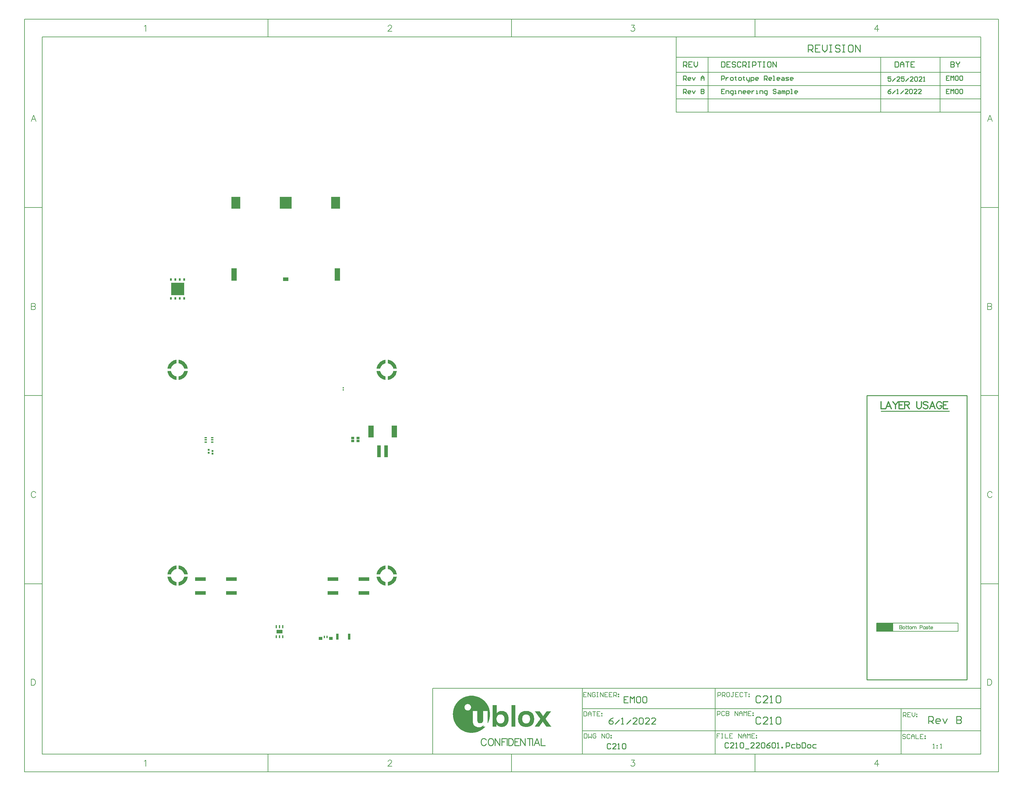
<source format=gbp>
G04*
G04 #@! TF.GenerationSoftware,Altium Limited,Altium Designer,22.4.2 (48)*
G04*
G04 Layer_Color=128*
%FSLAX44Y44*%
%MOMM*%
G71*
G04*
G04 #@! TF.SameCoordinates,7F116A4F-7056-4AC6-B487-C54DEE731D19*
G04*
G04*
G04 #@! TF.FilePolarity,Positive*
G04*
G01*
G75*
%ADD10C,0.1270*%
%ADD11C,0.2000*%
%ADD13C,0.2540*%
%ADD25R,4.8260X2.4130*%
%ADD26C,0.2997*%
%ADD27C,0.1778*%
%ADD46C,0.3500*%
%ADD58R,0.5500X0.5200*%
%ADD82R,0.3000X0.3000*%
%ADD113R,0.8500X0.6500*%
%ADD269R,3.1000X1.0000*%
%ADD270R,1.5000X3.4000*%
%ADD271R,1.0000X3.5000*%
%ADD276R,3.7000X3.6000*%
%ADD277R,0.5000X0.6500*%
G04:AMPARAMS|DCode=278|XSize=0.3mm|YSize=0.65mm|CornerRadius=0.015mm|HoleSize=0mm|Usage=FLASHONLY|Rotation=90.000|XOffset=0mm|YOffset=0mm|HoleType=Round|Shape=RoundedRectangle|*
%AMROUNDEDRECTD278*
21,1,0.3000,0.6200,0,0,90.0*
21,1,0.2700,0.6500,0,0,90.0*
1,1,0.0300,0.3100,0.1350*
1,1,0.0300,0.3100,-0.1350*
1,1,0.0300,-0.3100,-0.1350*
1,1,0.0300,-0.3100,0.1350*
%
%ADD278ROUNDEDRECTD278*%
%ADD279R,0.4500X0.8000*%
%ADD280R,1.0000X0.9000*%
%ADD281R,0.8000X1.7000*%
%ADD301R,1.6500X1.1000*%
%ADD302R,1.6000X3.6000*%
%ADD303R,2.5000X3.5000*%
%ADD304R,3.4000X3.4000*%
%ADD305R,0.3500X0.7000*%
%ADD306R,1.7000X1.0000*%
G36*
X644863Y813839D02*
X648067Y813111D01*
X651170Y812029D01*
X654132Y810605D01*
X656916Y808858D01*
X659486Y806809D01*
X661809Y804486D01*
X663858Y801916D01*
X665605Y799132D01*
X667029Y796170D01*
X668111Y793067D01*
X668839Y789863D01*
X669021Y788230D01*
X669021D01*
X658728Y788201D01*
X658539Y789158D01*
X658016Y791037D01*
X657302Y792851D01*
X656406Y794584D01*
X655337Y796215D01*
X654107Y797728D01*
X652728Y799107D01*
X651215Y800337D01*
X649584Y801406D01*
X647851Y802302D01*
X646037Y803016D01*
X644158Y803539D01*
X643201Y803728D01*
Y803728D01*
Y813993D01*
X643230Y814021D01*
X644863Y813839D01*
D02*
G37*
G36*
X636799Y803728D02*
X635842Y803539D01*
X633963Y803016D01*
X632149Y802302D01*
X630416Y801406D01*
X628785Y800337D01*
X627272Y799107D01*
X625893Y797728D01*
X624663Y796215D01*
X623594Y794584D01*
X622698Y792851D01*
X621984Y791037D01*
X621461Y789158D01*
X621272Y788201D01*
X611007D01*
X610979Y788230D01*
X611161Y789863D01*
X611889Y793067D01*
X612971Y796170D01*
X614395Y799132D01*
X616142Y801916D01*
X618191Y804486D01*
X620514Y806809D01*
X623084Y808858D01*
X625868Y810605D01*
X628830Y812029D01*
X631932Y813111D01*
X635137Y813839D01*
X636770Y814021D01*
X636770Y814021D01*
X636799Y803728D01*
D02*
G37*
G36*
X44863Y813839D02*
X48067Y813111D01*
X51170Y812029D01*
X54132Y810605D01*
X56916Y808858D01*
X59486Y806809D01*
X61809Y804486D01*
X63858Y801916D01*
X65605Y799132D01*
X67029Y796170D01*
X68112Y793067D01*
X68839Y789863D01*
X69021Y788230D01*
X69021D01*
X58728Y788201D01*
X58539Y789158D01*
X58015Y791037D01*
X57302Y792851D01*
X56406Y794584D01*
X55337Y796215D01*
X54107Y797728D01*
X52728Y799107D01*
X51215Y800337D01*
X49584Y801406D01*
X47852Y802302D01*
X46037Y803016D01*
X44158Y803539D01*
X43201Y803728D01*
Y803728D01*
Y813993D01*
X43230Y814021D01*
X44863Y813839D01*
D02*
G37*
G36*
X36799Y803728D02*
X35842Y803539D01*
X33963Y803016D01*
X32148Y802302D01*
X30416Y801406D01*
X28785Y800337D01*
X27272Y799107D01*
X25893Y797728D01*
X24663Y796215D01*
X23594Y794584D01*
X22698Y792851D01*
X21985Y791037D01*
X21461Y789158D01*
X21272Y788201D01*
X11007D01*
X10979Y788230D01*
X11161Y789863D01*
X11889Y793067D01*
X12971Y796170D01*
X14395Y799132D01*
X16142Y801916D01*
X18191Y804486D01*
X20514Y806809D01*
X23084Y808858D01*
X25868Y810605D01*
X28830Y812029D01*
X31932Y813111D01*
X35137Y813839D01*
X36770Y814021D01*
X36770Y814021D01*
X36799Y803728D01*
D02*
G37*
G36*
X669021Y781770D02*
X668839Y780137D01*
X668111Y776933D01*
X667029Y773830D01*
X665605Y770868D01*
X663858Y768084D01*
X661809Y765514D01*
X659486Y763191D01*
X656916Y761142D01*
X654132Y759395D01*
X651170Y757971D01*
X648067Y756889D01*
X644863Y756161D01*
X643230Y755979D01*
X643201Y766272D01*
X644158Y766461D01*
X646037Y766984D01*
X647851Y767698D01*
X649584Y768594D01*
X651215Y769663D01*
X652728Y770893D01*
X654107Y772272D01*
X655337Y773785D01*
X656406Y775416D01*
X657302Y777149D01*
X658016Y778963D01*
X658539Y780842D01*
X658728Y781799D01*
X658728Y781799D01*
X668993D01*
X669021Y781770D01*
D02*
G37*
G36*
X621461Y780842D02*
X621984Y778963D01*
X622698Y777149D01*
X623594Y775416D01*
X624663Y773785D01*
X625893Y772272D01*
X627272Y770893D01*
X628785Y769663D01*
X630416Y768594D01*
X632149Y767698D01*
X633963Y766984D01*
X635842Y766461D01*
X636799Y766272D01*
X636799D01*
Y756007D01*
X636770Y755979D01*
X635137Y756161D01*
X631932Y756889D01*
X628830Y757971D01*
X625868Y759395D01*
X623084Y761142D01*
X620514Y763191D01*
X618191Y765514D01*
X616142Y768084D01*
X614395Y770868D01*
X612971Y773830D01*
X611889Y776933D01*
X611161Y780137D01*
X610979Y781770D01*
Y781770D01*
X621272Y781799D01*
X621461Y780842D01*
D02*
G37*
G36*
X69021Y781770D02*
X68839Y780137D01*
X68112Y776933D01*
X67029Y773830D01*
X65605Y770868D01*
X63858Y768084D01*
X61809Y765514D01*
X59486Y763191D01*
X56916Y761142D01*
X54132Y759395D01*
X51170Y757971D01*
X48067Y756889D01*
X44863Y756161D01*
X43230Y755979D01*
X43201Y766272D01*
X44158Y766461D01*
X46037Y766984D01*
X47852Y767698D01*
X49584Y768594D01*
X51215Y769663D01*
X52728Y770893D01*
X54107Y772272D01*
X55337Y773785D01*
X56406Y775416D01*
X57302Y777149D01*
X58015Y778963D01*
X58539Y780842D01*
X58728Y781799D01*
X58728Y781799D01*
X68993D01*
X69021Y781770D01*
D02*
G37*
G36*
X21461Y780842D02*
X21985Y778963D01*
X22698Y777149D01*
X23594Y775416D01*
X24663Y773785D01*
X25893Y772272D01*
X27272Y770893D01*
X28785Y769663D01*
X30416Y768594D01*
X32148Y767698D01*
X33963Y766984D01*
X35842Y766461D01*
X36799Y766272D01*
X36799D01*
Y756007D01*
X36770Y755979D01*
X35137Y756161D01*
X31932Y756889D01*
X28830Y757971D01*
X25868Y759395D01*
X23084Y761142D01*
X20514Y763191D01*
X18191Y765514D01*
X16142Y768084D01*
X14395Y770868D01*
X12971Y773830D01*
X11889Y776933D01*
X11161Y780137D01*
X10979Y781770D01*
Y781770D01*
X21272Y781799D01*
X21461Y780842D01*
D02*
G37*
G36*
X644863Y223839D02*
X648067Y223111D01*
X651170Y222029D01*
X654132Y220605D01*
X656916Y218858D01*
X659486Y216809D01*
X661809Y214486D01*
X663858Y211916D01*
X665605Y209132D01*
X667029Y206170D01*
X668111Y203067D01*
X668839Y199863D01*
X669021Y198230D01*
X669021D01*
X658728Y198201D01*
X658539Y199158D01*
X658016Y201037D01*
X657302Y202852D01*
X656406Y204584D01*
X655337Y206215D01*
X654107Y207728D01*
X652728Y209107D01*
X651215Y210337D01*
X649584Y211406D01*
X647851Y212302D01*
X646037Y213015D01*
X644158Y213539D01*
X643201Y213728D01*
Y213728D01*
Y223993D01*
X643230Y224021D01*
X644863Y223839D01*
D02*
G37*
G36*
X636799Y213728D02*
X635842Y213539D01*
X633963Y213015D01*
X632149Y212302D01*
X630416Y211406D01*
X628785Y210337D01*
X627272Y209107D01*
X625893Y207728D01*
X624663Y206215D01*
X623594Y204584D01*
X622698Y202852D01*
X621984Y201037D01*
X621461Y199158D01*
X621272Y198201D01*
X611007D01*
X610979Y198230D01*
X611161Y199863D01*
X611889Y203067D01*
X612971Y206170D01*
X614395Y209132D01*
X616142Y211916D01*
X618191Y214486D01*
X620514Y216809D01*
X623084Y218858D01*
X625868Y220605D01*
X628830Y222029D01*
X631932Y223111D01*
X635137Y223839D01*
X636770Y224021D01*
X636770Y224021D01*
X636799Y213728D01*
D02*
G37*
G36*
X44863Y223839D02*
X48067Y223111D01*
X51170Y222029D01*
X54132Y220605D01*
X56916Y218858D01*
X59486Y216809D01*
X61809Y214486D01*
X63858Y211916D01*
X65605Y209132D01*
X67029Y206170D01*
X68112Y203067D01*
X68839Y199863D01*
X69021Y198230D01*
X69021D01*
X58728Y198201D01*
X58539Y199158D01*
X58015Y201037D01*
X57302Y202852D01*
X56406Y204584D01*
X55337Y206215D01*
X54107Y207728D01*
X52728Y209107D01*
X51215Y210337D01*
X49584Y211406D01*
X47852Y212302D01*
X46037Y213015D01*
X44158Y213539D01*
X43201Y213728D01*
Y213728D01*
Y223993D01*
X43230Y224021D01*
X44863Y223839D01*
D02*
G37*
G36*
X36799Y213728D02*
X35842Y213539D01*
X33963Y213015D01*
X32148Y212302D01*
X30416Y211406D01*
X28785Y210337D01*
X27272Y209107D01*
X25893Y207728D01*
X24663Y206215D01*
X23594Y204584D01*
X22698Y202852D01*
X21985Y201037D01*
X21461Y199158D01*
X21272Y198201D01*
X11007D01*
X10979Y198230D01*
X11161Y199863D01*
X11889Y203067D01*
X12971Y206170D01*
X14395Y209132D01*
X16142Y211916D01*
X18191Y214486D01*
X20514Y216809D01*
X23084Y218858D01*
X25868Y220605D01*
X28830Y222029D01*
X31932Y223111D01*
X35137Y223839D01*
X36770Y224021D01*
X36770Y224021D01*
X36799Y213728D01*
D02*
G37*
G36*
X669021Y191770D02*
X668839Y190137D01*
X668111Y186933D01*
X667029Y183830D01*
X665605Y180868D01*
X663858Y178084D01*
X661809Y175514D01*
X659486Y173191D01*
X656916Y171142D01*
X654132Y169395D01*
X651170Y167971D01*
X648067Y166889D01*
X644863Y166161D01*
X643230Y165979D01*
X643201Y176272D01*
X644158Y176461D01*
X646037Y176985D01*
X647851Y177698D01*
X649584Y178594D01*
X651215Y179663D01*
X652728Y180893D01*
X654107Y182272D01*
X655337Y183785D01*
X656406Y185416D01*
X657302Y187148D01*
X658016Y188963D01*
X658539Y190842D01*
X658728Y191799D01*
X658728Y191799D01*
X668993D01*
X669021Y191770D01*
D02*
G37*
G36*
X621461Y190842D02*
X621984Y188963D01*
X622698Y187148D01*
X623594Y185416D01*
X624663Y183785D01*
X625893Y182272D01*
X627272Y180893D01*
X628785Y179663D01*
X630416Y178594D01*
X632149Y177698D01*
X633963Y176985D01*
X635842Y176461D01*
X636799Y176272D01*
X636799D01*
Y166007D01*
X636770Y165979D01*
X635137Y166161D01*
X631932Y166889D01*
X628830Y167971D01*
X625868Y169395D01*
X623084Y171142D01*
X620514Y173191D01*
X618191Y175514D01*
X616142Y178084D01*
X614395Y180868D01*
X612971Y183830D01*
X611889Y186933D01*
X611161Y190137D01*
X610979Y191770D01*
Y191770D01*
X621272Y191799D01*
X621461Y190842D01*
D02*
G37*
G36*
X69021Y191770D02*
X68839Y190137D01*
X68112Y186933D01*
X67029Y183830D01*
X65605Y180868D01*
X63858Y178084D01*
X61809Y175514D01*
X59486Y173191D01*
X56916Y171142D01*
X54132Y169395D01*
X51170Y167971D01*
X48067Y166889D01*
X44863Y166161D01*
X43230Y165979D01*
X43201Y176272D01*
X44158Y176461D01*
X46037Y176985D01*
X47852Y177698D01*
X49584Y178594D01*
X51215Y179663D01*
X52728Y180893D01*
X54107Y182272D01*
X55337Y183785D01*
X56406Y185416D01*
X57302Y187148D01*
X58015Y188963D01*
X58539Y190842D01*
X58728Y191799D01*
X58728Y191799D01*
X68993D01*
X69021Y191770D01*
D02*
G37*
G36*
X21461Y190842D02*
X21985Y188963D01*
X22698Y187148D01*
X23594Y185416D01*
X24663Y183785D01*
X25893Y182272D01*
X27272Y180893D01*
X28785Y179663D01*
X30416Y178594D01*
X32148Y177698D01*
X33963Y176985D01*
X35842Y176461D01*
X36799Y176272D01*
X36799D01*
Y166007D01*
X36770Y165979D01*
X35137Y166161D01*
X31932Y166889D01*
X28830Y167971D01*
X25868Y169395D01*
X23084Y171142D01*
X20514Y173191D01*
X18191Y175514D01*
X16142Y178084D01*
X14395Y180868D01*
X12971Y183830D01*
X11889Y186933D01*
X11161Y190137D01*
X10979Y191770D01*
Y191770D01*
X21272Y191799D01*
X21461Y190842D01*
D02*
G37*
G36*
X1111121Y-194961D02*
X1110667D01*
Y-195414D01*
Y-195868D01*
X1110214D01*
Y-196322D01*
X1109760D01*
Y-196775D01*
X1109307D01*
Y-197229D01*
Y-197682D01*
X1108853D01*
Y-198136D01*
X1108400D01*
Y-198589D01*
Y-199043D01*
X1107946D01*
Y-199496D01*
X1107492D01*
Y-199950D01*
X1107039D01*
Y-200404D01*
Y-200857D01*
X1106585D01*
Y-201311D01*
X1106132D01*
Y-201764D01*
X1105678D01*
Y-202218D01*
Y-202671D01*
X1105225D01*
Y-203125D01*
X1104771D01*
Y-203578D01*
X1104317D01*
Y-204032D01*
Y-204486D01*
X1103864D01*
Y-204939D01*
X1103410D01*
Y-205393D01*
Y-205846D01*
X1102957D01*
Y-206300D01*
X1102503D01*
Y-206753D01*
X1102050D01*
Y-207207D01*
Y-207661D01*
X1101596D01*
Y-208114D01*
X1101143D01*
Y-208568D01*
X1100689D01*
Y-209021D01*
Y-209475D01*
X1100236D01*
Y-209928D01*
X1099782D01*
Y-210382D01*
Y-210835D01*
X1099328D01*
Y-211289D01*
X1098875D01*
Y-211742D01*
X1098421D01*
Y-212196D01*
Y-212650D01*
X1097968D01*
Y-213103D01*
X1097514D01*
Y-213557D01*
X1097061D01*
Y-214010D01*
Y-214464D01*
X1096607D01*
Y-214917D01*
X1096153D01*
Y-215371D01*
X1095700D01*
Y-215825D01*
Y-216278D01*
Y-216732D01*
X1096153D01*
Y-217185D01*
Y-217639D01*
X1096607D01*
Y-218092D01*
X1097061D01*
Y-218546D01*
X1097514D01*
Y-218999D01*
Y-219453D01*
X1097968D01*
Y-219907D01*
X1098421D01*
Y-220360D01*
X1098875D01*
Y-220814D01*
Y-221267D01*
X1099328D01*
Y-221721D01*
X1099782D01*
Y-222174D01*
Y-222628D01*
X1100236D01*
Y-223081D01*
X1100689D01*
Y-223535D01*
X1101143D01*
Y-223988D01*
Y-224442D01*
X1101596D01*
Y-224896D01*
X1102050D01*
Y-225349D01*
X1102503D01*
Y-225803D01*
Y-226256D01*
X1102957D01*
Y-226710D01*
X1103410D01*
Y-227163D01*
X1103864D01*
Y-227617D01*
Y-228071D01*
X1104317D01*
Y-228524D01*
X1104771D01*
Y-228978D01*
X1105225D01*
Y-229431D01*
Y-229885D01*
X1105678D01*
Y-230338D01*
X1106132D01*
Y-230792D01*
X1106585D01*
Y-231245D01*
Y-231699D01*
X1107039D01*
Y-232153D01*
X1107492D01*
Y-232606D01*
X1107946D01*
Y-233060D01*
Y-233513D01*
X1108400D01*
Y-233967D01*
X1108853D01*
Y-234420D01*
Y-234874D01*
X1109307D01*
Y-235327D01*
X1109760D01*
Y-235781D01*
X1110214D01*
Y-236234D01*
Y-236688D01*
X1110667D01*
Y-237142D01*
X1111121D01*
Y-237595D01*
X1111574D01*
Y-238049D01*
X1112028D01*
Y-238502D01*
X1097514D01*
Y-238049D01*
Y-237595D01*
X1097061D01*
Y-237142D01*
X1096607D01*
Y-236688D01*
X1096153D01*
Y-236234D01*
Y-235781D01*
X1095700D01*
Y-235327D01*
X1095246D01*
Y-234874D01*
X1094793D01*
Y-234420D01*
Y-233967D01*
X1094339D01*
Y-233513D01*
X1093886D01*
Y-233060D01*
Y-232606D01*
X1093432D01*
Y-232153D01*
X1092979D01*
Y-231699D01*
X1092525D01*
Y-231245D01*
Y-230792D01*
X1092072D01*
Y-230338D01*
X1091618D01*
Y-229885D01*
X1091164D01*
Y-229431D01*
Y-228978D01*
X1090711D01*
Y-228524D01*
X1090257D01*
Y-228071D01*
Y-227617D01*
X1089804D01*
Y-227163D01*
X1089350D01*
Y-226710D01*
X1088897D01*
Y-226256D01*
Y-225803D01*
X1088443D01*
Y-225349D01*
X1087990D01*
Y-224896D01*
X1087536D01*
Y-224442D01*
X1087082D01*
Y-224896D01*
Y-225349D01*
X1086629D01*
Y-225803D01*
X1086175D01*
Y-226256D01*
X1085722D01*
Y-226710D01*
Y-227163D01*
X1085268D01*
Y-227617D01*
X1084815D01*
Y-228071D01*
Y-228524D01*
X1084361D01*
Y-228978D01*
X1083907D01*
Y-229431D01*
X1083454D01*
Y-229885D01*
Y-230338D01*
X1083000D01*
Y-230792D01*
X1082547D01*
Y-231245D01*
Y-231699D01*
X1082093D01*
Y-232153D01*
X1081640D01*
Y-232606D01*
X1081186D01*
Y-233060D01*
Y-233513D01*
X1080733D01*
Y-233967D01*
X1080279D01*
Y-234420D01*
Y-234874D01*
X1079826D01*
Y-235327D01*
X1079372D01*
Y-235781D01*
X1078918D01*
Y-236234D01*
Y-236688D01*
X1078465D01*
Y-237142D01*
X1078011D01*
Y-237595D01*
Y-238049D01*
X1077558D01*
Y-238502D01*
X1064405D01*
Y-238049D01*
X1064858D01*
Y-237595D01*
X1065312D01*
Y-237142D01*
Y-236688D01*
X1065765D01*
Y-236234D01*
X1066219D01*
Y-235781D01*
X1066672D01*
Y-235327D01*
Y-234874D01*
X1067126D01*
Y-234420D01*
X1067579D01*
Y-233967D01*
Y-233513D01*
X1068033D01*
Y-233060D01*
X1068487D01*
Y-232606D01*
X1068940D01*
Y-232153D01*
X1069394D01*
Y-231699D01*
Y-231245D01*
X1069847D01*
Y-230792D01*
X1070301D01*
Y-230338D01*
Y-229885D01*
X1070754D01*
Y-229431D01*
X1071208D01*
Y-228978D01*
X1071662D01*
Y-228524D01*
Y-228071D01*
X1072115D01*
Y-227617D01*
X1072569D01*
Y-227163D01*
X1073022D01*
Y-226710D01*
Y-226256D01*
X1073476D01*
Y-225803D01*
X1073929D01*
Y-225349D01*
X1074383D01*
Y-224896D01*
Y-224442D01*
X1074836D01*
Y-223988D01*
X1075290D01*
Y-223535D01*
X1075743D01*
Y-223081D01*
Y-222628D01*
X1076197D01*
Y-222174D01*
X1076651D01*
Y-221721D01*
X1077104D01*
Y-221267D01*
Y-220814D01*
X1077558D01*
Y-220360D01*
X1078011D01*
Y-219907D01*
X1078465D01*
Y-219453D01*
Y-218999D01*
X1078918D01*
Y-218546D01*
X1079372D01*
Y-218092D01*
Y-217639D01*
X1079826D01*
Y-217185D01*
X1080279D01*
Y-216732D01*
X1080733D01*
Y-216278D01*
Y-215825D01*
X1080279D01*
Y-215371D01*
X1079826D01*
Y-214917D01*
X1079372D01*
Y-214464D01*
Y-214010D01*
X1078918D01*
Y-213557D01*
X1078465D01*
Y-213103D01*
X1078011D01*
Y-212650D01*
Y-212196D01*
X1077558D01*
Y-211742D01*
X1077104D01*
Y-211289D01*
Y-210835D01*
X1076651D01*
Y-210382D01*
X1076197D01*
Y-209928D01*
X1075743D01*
Y-209475D01*
Y-209021D01*
X1075290D01*
Y-208568D01*
X1074836D01*
Y-208114D01*
X1074383D01*
Y-207661D01*
Y-207207D01*
X1073929D01*
Y-206753D01*
X1073476D01*
Y-206300D01*
Y-205846D01*
X1073022D01*
Y-205393D01*
X1072569D01*
Y-204939D01*
X1072115D01*
Y-204486D01*
Y-204032D01*
X1071662D01*
Y-203578D01*
X1071208D01*
Y-203125D01*
X1070754D01*
Y-202671D01*
Y-202218D01*
X1070301D01*
Y-201764D01*
X1069847D01*
Y-201311D01*
Y-200857D01*
X1069394D01*
Y-200404D01*
X1068940D01*
Y-199950D01*
X1068487D01*
Y-199496D01*
Y-199043D01*
X1068033D01*
Y-198589D01*
X1067579D01*
Y-198136D01*
X1067126D01*
Y-197682D01*
Y-197229D01*
X1066672D01*
Y-196775D01*
X1066219D01*
Y-196322D01*
Y-195868D01*
X1065765D01*
Y-195414D01*
X1065312D01*
Y-194961D01*
X1064858D01*
Y-194507D01*
X1078918D01*
Y-194961D01*
X1079372D01*
Y-195414D01*
X1079826D01*
Y-195868D01*
Y-196322D01*
X1080279D01*
Y-196775D01*
X1080733D01*
Y-197229D01*
X1081186D01*
Y-197682D01*
Y-198136D01*
X1081640D01*
Y-198589D01*
X1082093D01*
Y-199043D01*
Y-199496D01*
X1082547D01*
Y-199950D01*
X1083000D01*
Y-200404D01*
Y-200857D01*
X1083454D01*
Y-201311D01*
X1083907D01*
Y-201764D01*
X1084361D01*
Y-202218D01*
Y-202671D01*
X1084815D01*
Y-203125D01*
X1085268D01*
Y-203578D01*
Y-204032D01*
X1085722D01*
Y-204486D01*
X1086175D01*
Y-204939D01*
X1086629D01*
Y-205393D01*
Y-205846D01*
X1087082D01*
Y-206300D01*
X1087536D01*
Y-206753D01*
Y-207207D01*
X1087990D01*
Y-207661D01*
X1088443D01*
Y-208114D01*
X1088897D01*
Y-207661D01*
X1089350D01*
Y-207207D01*
Y-206753D01*
X1089804D01*
Y-206300D01*
X1090257D01*
Y-205846D01*
X1090711D01*
Y-205393D01*
Y-204939D01*
X1091164D01*
Y-204486D01*
X1091618D01*
Y-204032D01*
Y-203578D01*
X1092072D01*
Y-203125D01*
X1092525D01*
Y-202671D01*
X1092979D01*
Y-202218D01*
Y-201764D01*
X1093432D01*
Y-201311D01*
X1093886D01*
Y-200857D01*
Y-200404D01*
X1094339D01*
Y-199950D01*
X1094793D01*
Y-199496D01*
X1095246D01*
Y-199043D01*
Y-198589D01*
X1095700D01*
Y-198136D01*
X1096153D01*
Y-197682D01*
Y-197229D01*
X1096607D01*
Y-196775D01*
X1097061D01*
Y-196322D01*
X1097514D01*
Y-195868D01*
Y-195414D01*
X1097968D01*
Y-194961D01*
X1098421D01*
Y-194507D01*
X1111121D01*
Y-194961D01*
D02*
G37*
G36*
X885250Y-150059D02*
X889786D01*
Y-150512D01*
X892507D01*
Y-150966D01*
X894775D01*
Y-151419D01*
X896589D01*
Y-151873D01*
X898403D01*
Y-152327D01*
X899764D01*
Y-152780D01*
X901124D01*
Y-153234D01*
X902485D01*
Y-153687D01*
X903392D01*
Y-154141D01*
X904753D01*
Y-154594D01*
X905660D01*
Y-155048D01*
X906567D01*
Y-155501D01*
X907474D01*
Y-155955D01*
X908381D01*
Y-156409D01*
X909288D01*
Y-156862D01*
X909742D01*
Y-157316D01*
X910649D01*
Y-157769D01*
X911556D01*
Y-158223D01*
X912010D01*
Y-158676D01*
X912917D01*
Y-159130D01*
X913371D01*
Y-159584D01*
X914278D01*
Y-160037D01*
X914731D01*
Y-160491D01*
X915185D01*
Y-160944D01*
X916092D01*
Y-161398D01*
X916545D01*
Y-161851D01*
X916999D01*
Y-162305D01*
X917452D01*
Y-162758D01*
X918360D01*
Y-163212D01*
X918813D01*
Y-163666D01*
X919267D01*
Y-164119D01*
X919720D01*
Y-164573D01*
X920174D01*
Y-165026D01*
X920627D01*
Y-165480D01*
X921081D01*
Y-165933D01*
X921535D01*
Y-166387D01*
X921988D01*
Y-166840D01*
X922442D01*
Y-167294D01*
X922895D01*
Y-167747D01*
X923349D01*
Y-168201D01*
Y-168655D01*
X923802D01*
Y-169108D01*
X924256D01*
Y-169562D01*
X924709D01*
Y-170015D01*
X925163D01*
Y-170469D01*
Y-170922D01*
X925617D01*
Y-171376D01*
X926070D01*
Y-171830D01*
X926524D01*
Y-172283D01*
Y-172737D01*
X926977D01*
Y-173190D01*
X927431D01*
Y-173644D01*
Y-174097D01*
X927884D01*
Y-174551D01*
X928338D01*
Y-175004D01*
Y-175458D01*
X928791D01*
Y-175912D01*
X929245D01*
Y-176365D01*
Y-176819D01*
X929698D01*
Y-177272D01*
Y-177726D01*
X930152D01*
Y-178179D01*
Y-178633D01*
X930606D01*
Y-179086D01*
Y-179540D01*
X931059D01*
Y-179993D01*
Y-180447D01*
X931513D01*
Y-180901D01*
Y-181354D01*
X931966D01*
Y-181808D01*
Y-182261D01*
X932420D01*
Y-182715D01*
Y-183168D01*
Y-183622D01*
X932873D01*
Y-184076D01*
Y-184529D01*
X933327D01*
Y-184983D01*
Y-185436D01*
Y-185890D01*
X933781D01*
Y-186343D01*
Y-186797D01*
Y-187250D01*
X934234D01*
Y-187704D01*
Y-188158D01*
Y-188611D01*
Y-189065D01*
X934688D01*
Y-189518D01*
Y-189972D01*
Y-190425D01*
Y-190879D01*
X935141D01*
Y-191332D01*
Y-191786D01*
Y-192240D01*
Y-192693D01*
X935595D01*
Y-193147D01*
Y-193600D01*
Y-194054D01*
Y-194507D01*
Y-194961D01*
Y-195414D01*
Y-195868D01*
X936048D01*
Y-196322D01*
Y-196775D01*
Y-197229D01*
Y-197682D01*
Y-198136D01*
Y-198589D01*
Y-199043D01*
Y-199496D01*
Y-199950D01*
Y-200404D01*
Y-200857D01*
X936502D01*
Y-201311D01*
Y-201764D01*
Y-202218D01*
Y-202671D01*
Y-203125D01*
Y-203578D01*
Y-204032D01*
Y-204486D01*
Y-204939D01*
Y-205393D01*
X936048D01*
Y-205846D01*
Y-206300D01*
Y-206753D01*
Y-207207D01*
Y-207661D01*
Y-208114D01*
Y-208568D01*
Y-209021D01*
Y-209475D01*
Y-209928D01*
Y-210382D01*
X935595D01*
Y-210835D01*
Y-211289D01*
Y-211742D01*
Y-212196D01*
Y-212650D01*
Y-213103D01*
X935141D01*
Y-213557D01*
Y-214010D01*
Y-214464D01*
Y-214917D01*
Y-215371D01*
X934688D01*
Y-215825D01*
Y-216278D01*
Y-216732D01*
Y-217185D01*
X934234D01*
Y-217639D01*
Y-218092D01*
Y-218546D01*
Y-218999D01*
X933781D01*
Y-219453D01*
Y-219907D01*
Y-220360D01*
X933327D01*
Y-220814D01*
Y-221267D01*
X932873D01*
Y-221721D01*
Y-222174D01*
Y-222628D01*
X932420D01*
Y-223081D01*
Y-223535D01*
X931966D01*
Y-223988D01*
Y-224442D01*
Y-224896D01*
X931513D01*
Y-225349D01*
Y-225803D01*
X931059D01*
Y-226256D01*
Y-226710D01*
X930606D01*
Y-227163D01*
Y-227617D01*
X930152D01*
Y-228071D01*
Y-228524D01*
X929698D01*
Y-228071D01*
Y-227617D01*
Y-227163D01*
Y-226710D01*
Y-226256D01*
Y-225803D01*
Y-225349D01*
Y-224896D01*
Y-224442D01*
Y-223988D01*
Y-223535D01*
Y-223081D01*
Y-222628D01*
Y-222174D01*
Y-221721D01*
Y-221267D01*
Y-220814D01*
Y-220360D01*
Y-219907D01*
Y-219453D01*
Y-218999D01*
Y-218546D01*
Y-218092D01*
Y-217639D01*
Y-217185D01*
Y-216732D01*
Y-216278D01*
Y-215825D01*
Y-215371D01*
Y-214917D01*
Y-214464D01*
Y-214010D01*
Y-213557D01*
Y-213103D01*
Y-212650D01*
Y-212196D01*
Y-211742D01*
Y-211289D01*
Y-210835D01*
Y-210382D01*
Y-209928D01*
Y-209475D01*
Y-209021D01*
Y-208568D01*
Y-208114D01*
Y-207661D01*
Y-207207D01*
Y-206753D01*
Y-206300D01*
Y-205846D01*
Y-205393D01*
Y-204939D01*
Y-204486D01*
Y-204032D01*
Y-203578D01*
Y-203125D01*
Y-202671D01*
Y-202218D01*
Y-201764D01*
Y-201311D01*
Y-200857D01*
Y-200404D01*
Y-199950D01*
Y-199496D01*
Y-199043D01*
Y-198589D01*
Y-198136D01*
Y-197682D01*
Y-197229D01*
Y-196775D01*
Y-196322D01*
Y-195868D01*
Y-195414D01*
Y-194961D01*
Y-194507D01*
Y-194054D01*
X916999D01*
Y-194507D01*
Y-194961D01*
Y-195414D01*
Y-195868D01*
Y-196322D01*
Y-196775D01*
Y-197229D01*
Y-197682D01*
Y-198136D01*
Y-198589D01*
Y-199043D01*
Y-199496D01*
Y-199950D01*
Y-200404D01*
Y-200857D01*
Y-201311D01*
Y-201764D01*
Y-202218D01*
Y-202671D01*
Y-203125D01*
Y-203578D01*
Y-204032D01*
Y-204486D01*
Y-204939D01*
Y-205393D01*
Y-205846D01*
Y-206300D01*
Y-206753D01*
Y-207207D01*
Y-207661D01*
Y-208114D01*
Y-208568D01*
Y-209021D01*
Y-209475D01*
Y-209928D01*
Y-210382D01*
Y-210835D01*
Y-211289D01*
Y-211742D01*
Y-212196D01*
Y-212650D01*
Y-213103D01*
Y-213557D01*
Y-214010D01*
Y-214464D01*
Y-214917D01*
Y-215371D01*
Y-215825D01*
Y-216278D01*
Y-216732D01*
Y-217185D01*
Y-217639D01*
Y-218092D01*
Y-218546D01*
Y-218999D01*
Y-219453D01*
Y-219907D01*
Y-220360D01*
Y-220814D01*
Y-221267D01*
Y-221721D01*
X916545D01*
Y-222174D01*
Y-222628D01*
Y-223081D01*
Y-223535D01*
X916092D01*
Y-223988D01*
Y-224442D01*
X915638D01*
Y-224896D01*
Y-225349D01*
X915185D01*
Y-225803D01*
X914731D01*
Y-226256D01*
X914278D01*
Y-226710D01*
X913824D01*
Y-227163D01*
X913371D01*
Y-227617D01*
X912463D01*
Y-228071D01*
X911103D01*
Y-228524D01*
X904753D01*
Y-228071D01*
X903392D01*
Y-227617D01*
X902485D01*
Y-227163D01*
X902032D01*
Y-226710D01*
X901578D01*
Y-226256D01*
X901124D01*
Y-225803D01*
Y-225349D01*
X900671D01*
Y-224896D01*
Y-224442D01*
X900217D01*
Y-223988D01*
Y-223535D01*
Y-223081D01*
Y-222628D01*
X899764D01*
Y-222174D01*
Y-221721D01*
Y-221267D01*
Y-220814D01*
Y-220360D01*
Y-219907D01*
Y-219453D01*
Y-218999D01*
Y-218546D01*
Y-218092D01*
Y-217639D01*
Y-217185D01*
Y-216732D01*
Y-216278D01*
Y-215825D01*
Y-215371D01*
Y-214917D01*
Y-214464D01*
Y-214010D01*
Y-213557D01*
Y-213103D01*
Y-212650D01*
Y-212196D01*
Y-211742D01*
Y-211289D01*
Y-210835D01*
Y-210382D01*
Y-209928D01*
Y-209475D01*
Y-209021D01*
Y-208568D01*
Y-208114D01*
Y-207661D01*
Y-207207D01*
Y-206753D01*
Y-206300D01*
Y-205846D01*
Y-205393D01*
Y-204939D01*
Y-204486D01*
Y-204032D01*
Y-203578D01*
Y-203125D01*
Y-202671D01*
Y-202218D01*
Y-201764D01*
Y-201311D01*
Y-200857D01*
Y-200404D01*
Y-199950D01*
Y-199496D01*
Y-199043D01*
Y-198589D01*
Y-198136D01*
Y-197682D01*
Y-197229D01*
Y-196775D01*
Y-196322D01*
Y-195868D01*
Y-195414D01*
Y-194961D01*
Y-194507D01*
Y-194054D01*
X887064D01*
Y-194507D01*
Y-194961D01*
Y-195414D01*
Y-195868D01*
Y-196322D01*
Y-196775D01*
Y-197229D01*
Y-197682D01*
Y-198136D01*
Y-198589D01*
Y-199043D01*
Y-199496D01*
Y-199950D01*
Y-200404D01*
Y-200857D01*
Y-201311D01*
Y-201764D01*
Y-202218D01*
Y-202671D01*
Y-203125D01*
Y-203578D01*
Y-204032D01*
Y-204486D01*
Y-204939D01*
Y-205393D01*
Y-205846D01*
Y-206300D01*
Y-206753D01*
Y-207207D01*
Y-207661D01*
Y-208114D01*
Y-208568D01*
Y-209021D01*
Y-209475D01*
Y-209928D01*
Y-210382D01*
Y-210835D01*
Y-211289D01*
Y-211742D01*
Y-212196D01*
Y-212650D01*
Y-213103D01*
Y-213557D01*
Y-214010D01*
Y-214464D01*
Y-214917D01*
Y-215371D01*
Y-215825D01*
Y-216278D01*
Y-216732D01*
Y-217185D01*
Y-217639D01*
Y-218092D01*
Y-218546D01*
Y-218999D01*
Y-219453D01*
Y-219907D01*
Y-220360D01*
Y-220814D01*
Y-221267D01*
Y-221721D01*
Y-222174D01*
Y-222628D01*
Y-223081D01*
Y-223535D01*
Y-223988D01*
Y-224442D01*
Y-224896D01*
Y-225349D01*
Y-225803D01*
Y-226256D01*
Y-226710D01*
Y-227163D01*
X887518D01*
Y-227617D01*
Y-228071D01*
Y-228524D01*
Y-228978D01*
X887971D01*
Y-229431D01*
Y-229885D01*
Y-230338D01*
X888425D01*
Y-230792D01*
Y-231245D01*
Y-231699D01*
X888878D01*
Y-232153D01*
Y-232606D01*
X889332D01*
Y-233060D01*
X889786D01*
Y-233513D01*
Y-233967D01*
X890239D01*
Y-234420D01*
X890693D01*
Y-234874D01*
X891146D01*
Y-235327D01*
X891600D01*
Y-235781D01*
X892053D01*
Y-236234D01*
X892507D01*
Y-236688D01*
X893414D01*
Y-237142D01*
X893868D01*
Y-237595D01*
X894775D01*
Y-238049D01*
X895682D01*
Y-238502D01*
X896589D01*
Y-238956D01*
X897950D01*
Y-239409D01*
X899764D01*
Y-239863D01*
X908835D01*
Y-239409D01*
X910649D01*
Y-238956D01*
X911556D01*
Y-238502D01*
X912917D01*
Y-238049D01*
X913371D01*
Y-237595D01*
X914278D01*
Y-237142D01*
X914731D01*
Y-236688D01*
X915185D01*
Y-236234D01*
X916092D01*
Y-235781D01*
X916545D01*
Y-235327D01*
X916999D01*
Y-234874D01*
Y-234420D01*
X917452D01*
Y-234874D01*
Y-235327D01*
Y-235781D01*
Y-236234D01*
Y-236688D01*
Y-237142D01*
Y-237595D01*
Y-238049D01*
Y-238502D01*
Y-238956D01*
X922442D01*
Y-239409D01*
X921988D01*
Y-239863D01*
X921535D01*
Y-240317D01*
X921081D01*
Y-240770D01*
X920627D01*
Y-241224D01*
X920174D01*
Y-241677D01*
X919720D01*
Y-242131D01*
X919267D01*
Y-242584D01*
X918813D01*
Y-243038D01*
X917906D01*
Y-243491D01*
X917452D01*
Y-243945D01*
X916999D01*
Y-244398D01*
X916545D01*
Y-244852D01*
X915638D01*
Y-245306D01*
X915185D01*
Y-245759D01*
X914731D01*
Y-246213D01*
X913824D01*
Y-246666D01*
X913371D01*
Y-247120D01*
X912463D01*
Y-247573D01*
X912010D01*
Y-248027D01*
X911103D01*
Y-248480D01*
X910649D01*
Y-248934D01*
X909742D01*
Y-249388D01*
X908835D01*
Y-249841D01*
X907928D01*
Y-250295D01*
X907474D01*
Y-250748D01*
X906567D01*
Y-251202D01*
X905206D01*
Y-251655D01*
X904299D01*
Y-252109D01*
X903392D01*
Y-252563D01*
X902032D01*
Y-253016D01*
X901124D01*
Y-253470D01*
X899764D01*
Y-253923D01*
X897950D01*
Y-254377D01*
X896589D01*
Y-254830D01*
X894775D01*
Y-255284D01*
X892053D01*
Y-255737D01*
X888878D01*
Y-256191D01*
X877086D01*
Y-255737D01*
X873911D01*
Y-255284D01*
X871643D01*
Y-254830D01*
X869829D01*
Y-254377D01*
X868015D01*
Y-253923D01*
X866654D01*
Y-253470D01*
X865294D01*
Y-253016D01*
X863933D01*
Y-252563D01*
X863026D01*
Y-252109D01*
X861665D01*
Y-251655D01*
X860758D01*
Y-251202D01*
X859851D01*
Y-250748D01*
X858944D01*
Y-250295D01*
X858037D01*
Y-249841D01*
X857130D01*
Y-249388D01*
X856222D01*
Y-248934D01*
X855769D01*
Y-248480D01*
X854862D01*
Y-248027D01*
X853955D01*
Y-247573D01*
X853501D01*
Y-247120D01*
X852594D01*
Y-246666D01*
X852140D01*
Y-246213D01*
X851687D01*
Y-245759D01*
X850780D01*
Y-245306D01*
X850326D01*
Y-244852D01*
X849873D01*
Y-244398D01*
X848966D01*
Y-243945D01*
X848512D01*
Y-243491D01*
X848058D01*
Y-243038D01*
X847605D01*
Y-242584D01*
X847151D01*
Y-242131D01*
X846698D01*
Y-241677D01*
X846244D01*
Y-241224D01*
X845791D01*
Y-240770D01*
X845337D01*
Y-240317D01*
X844883D01*
Y-239863D01*
X844430D01*
Y-239409D01*
X843976D01*
Y-238956D01*
X843523D01*
Y-238502D01*
X843069D01*
Y-238049D01*
X842616D01*
Y-237595D01*
X842162D01*
Y-237142D01*
X841709D01*
Y-236688D01*
Y-236234D01*
X841255D01*
Y-235781D01*
X840801D01*
Y-235327D01*
X840348D01*
Y-234874D01*
X839894D01*
Y-234420D01*
Y-233967D01*
X839441D01*
Y-233513D01*
X838987D01*
Y-233060D01*
Y-232606D01*
X838534D01*
Y-232153D01*
X838080D01*
Y-231699D01*
Y-231245D01*
X837627D01*
Y-230792D01*
X837173D01*
Y-230338D01*
Y-229885D01*
X836720D01*
Y-229431D01*
Y-228978D01*
X836266D01*
Y-228524D01*
Y-228071D01*
X835812D01*
Y-227617D01*
Y-227163D01*
X835359D01*
Y-226710D01*
Y-226256D01*
X834905D01*
Y-225803D01*
Y-225349D01*
X834452D01*
Y-224896D01*
Y-224442D01*
X833998D01*
Y-223988D01*
Y-223535D01*
X833545D01*
Y-223081D01*
Y-222628D01*
Y-222174D01*
X833091D01*
Y-221721D01*
Y-221267D01*
Y-220814D01*
X832637D01*
Y-220360D01*
Y-219907D01*
X832184D01*
Y-219453D01*
Y-218999D01*
Y-218546D01*
Y-218092D01*
X831730D01*
Y-217639D01*
Y-217185D01*
Y-216732D01*
X831277D01*
Y-216278D01*
Y-215825D01*
Y-215371D01*
Y-214917D01*
X830823D01*
Y-214464D01*
Y-214010D01*
Y-213557D01*
Y-213103D01*
Y-212650D01*
X830370D01*
Y-212196D01*
Y-211742D01*
Y-211289D01*
Y-210835D01*
Y-210382D01*
Y-209928D01*
Y-209475D01*
X829916D01*
Y-209021D01*
Y-208568D01*
Y-208114D01*
Y-207661D01*
Y-207207D01*
Y-206753D01*
Y-206300D01*
Y-205846D01*
Y-205393D01*
Y-204939D01*
X829463D01*
Y-204486D01*
Y-204032D01*
Y-203578D01*
Y-203125D01*
Y-202671D01*
Y-202218D01*
Y-201764D01*
Y-201311D01*
Y-200857D01*
X829916D01*
Y-200404D01*
Y-199950D01*
Y-199496D01*
Y-199043D01*
Y-198589D01*
Y-198136D01*
Y-197682D01*
Y-197229D01*
Y-196775D01*
X830370D01*
Y-196322D01*
Y-195868D01*
Y-195414D01*
Y-194961D01*
Y-194507D01*
Y-194054D01*
Y-193600D01*
X830823D01*
Y-193147D01*
Y-192693D01*
Y-192240D01*
Y-191786D01*
Y-191332D01*
X831277D01*
Y-190879D01*
Y-190425D01*
Y-189972D01*
Y-189518D01*
X831730D01*
Y-189065D01*
Y-188611D01*
Y-188158D01*
Y-187704D01*
X832184D01*
Y-187250D01*
Y-186797D01*
Y-186343D01*
X832637D01*
Y-185890D01*
Y-185436D01*
Y-184983D01*
X833091D01*
Y-184529D01*
Y-184076D01*
X833545D01*
Y-183622D01*
Y-183168D01*
Y-182715D01*
X833998D01*
Y-182261D01*
Y-181808D01*
X834452D01*
Y-181354D01*
Y-180901D01*
Y-180447D01*
X834905D01*
Y-179993D01*
Y-179540D01*
X835359D01*
Y-179086D01*
Y-178633D01*
X835812D01*
Y-178179D01*
Y-177726D01*
X836266D01*
Y-177272D01*
X836720D01*
Y-176819D01*
Y-176365D01*
X837173D01*
Y-175912D01*
Y-175458D01*
X837627D01*
Y-175004D01*
X838080D01*
Y-174551D01*
Y-174097D01*
X838534D01*
Y-173644D01*
X838987D01*
Y-173190D01*
Y-172737D01*
X839441D01*
Y-172283D01*
X839894D01*
Y-171830D01*
Y-171376D01*
X840348D01*
Y-170922D01*
X840801D01*
Y-170469D01*
X841255D01*
Y-170015D01*
Y-169562D01*
X841709D01*
Y-169108D01*
X842162D01*
Y-168655D01*
X842616D01*
Y-168201D01*
X843069D01*
Y-167747D01*
X843523D01*
Y-167294D01*
X843976D01*
Y-166840D01*
X844430D01*
Y-166387D01*
Y-165933D01*
X844883D01*
Y-165480D01*
X845337D01*
Y-165026D01*
X845791D01*
Y-164573D01*
X846698D01*
Y-164119D01*
X847151D01*
Y-163666D01*
X847605D01*
Y-163212D01*
X848058D01*
Y-162758D01*
X848512D01*
Y-162305D01*
X848966D01*
Y-161851D01*
X849419D01*
Y-161398D01*
X850326D01*
Y-160944D01*
X850780D01*
Y-160491D01*
X851233D01*
Y-160037D01*
X852140D01*
Y-159584D01*
X852594D01*
Y-159130D01*
X853501D01*
Y-158676D01*
X853955D01*
Y-158223D01*
X854862D01*
Y-157769D01*
X855315D01*
Y-157316D01*
X856222D01*
Y-156862D01*
X857130D01*
Y-156409D01*
X857583D01*
Y-155955D01*
X858944D01*
Y-155501D01*
X859851D01*
Y-155048D01*
X860758D01*
Y-154594D01*
X861665D01*
Y-154141D01*
X862572D01*
Y-153687D01*
X863933D01*
Y-153234D01*
X864840D01*
Y-152780D01*
X866201D01*
Y-152327D01*
X867561D01*
Y-151873D01*
X869376D01*
Y-151419D01*
X871190D01*
Y-150966D01*
X873457D01*
Y-150512D01*
X876632D01*
Y-150059D01*
X881168D01*
Y-149605D01*
X885250D01*
Y-150059D01*
D02*
G37*
G36*
X1009071Y-177272D02*
Y-177726D01*
Y-178179D01*
Y-178633D01*
Y-179086D01*
Y-179540D01*
Y-179993D01*
Y-180447D01*
Y-180901D01*
Y-181354D01*
Y-181808D01*
Y-182261D01*
Y-182715D01*
Y-183168D01*
Y-183622D01*
Y-184076D01*
Y-184529D01*
Y-184983D01*
Y-185436D01*
Y-185890D01*
Y-186343D01*
Y-186797D01*
Y-187250D01*
Y-187704D01*
Y-188158D01*
Y-188611D01*
Y-189065D01*
Y-189518D01*
Y-189972D01*
Y-190425D01*
Y-190879D01*
Y-191332D01*
Y-191786D01*
Y-192240D01*
Y-192693D01*
Y-193147D01*
Y-193600D01*
Y-194054D01*
Y-194507D01*
Y-194961D01*
Y-195414D01*
Y-195868D01*
Y-196322D01*
Y-196775D01*
Y-197229D01*
Y-197682D01*
Y-198136D01*
Y-198589D01*
Y-199043D01*
Y-199496D01*
Y-199950D01*
Y-200404D01*
Y-200857D01*
Y-201311D01*
Y-201764D01*
Y-202218D01*
Y-202671D01*
Y-203125D01*
Y-203578D01*
Y-204032D01*
Y-204486D01*
Y-204939D01*
Y-205393D01*
Y-205846D01*
Y-206300D01*
Y-206753D01*
Y-207207D01*
Y-207661D01*
Y-208114D01*
Y-208568D01*
Y-209021D01*
Y-209475D01*
Y-209928D01*
Y-210382D01*
Y-210835D01*
Y-211289D01*
Y-211742D01*
Y-212196D01*
Y-212650D01*
Y-213103D01*
Y-213557D01*
Y-214010D01*
Y-214464D01*
Y-214917D01*
Y-215371D01*
Y-215825D01*
Y-216278D01*
Y-216732D01*
Y-217185D01*
Y-217639D01*
Y-218092D01*
Y-218546D01*
Y-218999D01*
Y-219453D01*
Y-219907D01*
Y-220360D01*
Y-220814D01*
Y-221267D01*
Y-221721D01*
Y-222174D01*
Y-222628D01*
Y-223081D01*
Y-223535D01*
Y-223988D01*
Y-224442D01*
Y-224896D01*
Y-225349D01*
Y-225803D01*
Y-226256D01*
Y-226710D01*
Y-227163D01*
Y-227617D01*
Y-228071D01*
Y-228524D01*
Y-228978D01*
Y-229431D01*
Y-229885D01*
Y-230338D01*
Y-230792D01*
Y-231245D01*
Y-231699D01*
Y-232153D01*
Y-232606D01*
Y-233060D01*
Y-233513D01*
Y-233967D01*
Y-234420D01*
Y-234874D01*
Y-235327D01*
Y-235781D01*
Y-236234D01*
Y-236688D01*
Y-237142D01*
Y-237595D01*
Y-238049D01*
Y-238502D01*
X997732D01*
Y-238049D01*
Y-237595D01*
Y-237142D01*
Y-236688D01*
Y-236234D01*
Y-235781D01*
Y-235327D01*
Y-234874D01*
Y-234420D01*
Y-233967D01*
Y-233513D01*
Y-233060D01*
Y-232606D01*
Y-232153D01*
Y-231699D01*
Y-231245D01*
Y-230792D01*
Y-230338D01*
Y-229885D01*
Y-229431D01*
Y-228978D01*
Y-228524D01*
Y-228071D01*
Y-227617D01*
Y-227163D01*
Y-226710D01*
Y-226256D01*
Y-225803D01*
Y-225349D01*
Y-224896D01*
Y-224442D01*
Y-223988D01*
Y-223535D01*
Y-223081D01*
Y-222628D01*
Y-222174D01*
Y-221721D01*
Y-221267D01*
Y-220814D01*
Y-220360D01*
Y-219907D01*
Y-219453D01*
Y-218999D01*
Y-218546D01*
Y-218092D01*
Y-217639D01*
Y-217185D01*
Y-216732D01*
Y-216278D01*
Y-215825D01*
Y-215371D01*
Y-214917D01*
Y-214464D01*
Y-214010D01*
Y-213557D01*
Y-213103D01*
Y-212650D01*
Y-212196D01*
Y-211742D01*
Y-211289D01*
Y-210835D01*
Y-210382D01*
Y-209928D01*
Y-209475D01*
Y-209021D01*
Y-208568D01*
Y-208114D01*
Y-207661D01*
Y-207207D01*
Y-206753D01*
Y-206300D01*
Y-205846D01*
Y-205393D01*
Y-204939D01*
Y-204486D01*
Y-204032D01*
Y-203578D01*
Y-203125D01*
Y-202671D01*
Y-202218D01*
Y-201764D01*
Y-201311D01*
Y-200857D01*
Y-200404D01*
Y-199950D01*
Y-199496D01*
Y-199043D01*
Y-198589D01*
Y-198136D01*
Y-197682D01*
Y-197229D01*
Y-196775D01*
Y-196322D01*
Y-195868D01*
Y-195414D01*
Y-194961D01*
Y-194507D01*
Y-194054D01*
Y-193600D01*
Y-193147D01*
Y-192693D01*
Y-192240D01*
Y-191786D01*
Y-191332D01*
Y-190879D01*
Y-190425D01*
Y-189972D01*
Y-189518D01*
Y-189065D01*
Y-188611D01*
Y-188158D01*
Y-187704D01*
Y-187250D01*
Y-186797D01*
Y-186343D01*
Y-185890D01*
Y-185436D01*
Y-184983D01*
Y-184529D01*
Y-184076D01*
Y-183622D01*
Y-183168D01*
Y-182715D01*
Y-182261D01*
Y-181808D01*
Y-181354D01*
Y-180901D01*
Y-180447D01*
Y-179993D01*
Y-179540D01*
Y-179086D01*
Y-178633D01*
Y-178179D01*
Y-177726D01*
Y-177272D01*
Y-176819D01*
X1009071D01*
Y-177272D01*
D02*
G37*
G36*
X1045355Y-194054D02*
X1047623D01*
Y-194507D01*
X1048984D01*
Y-194961D01*
X1050344D01*
Y-195414D01*
X1051252D01*
Y-195868D01*
X1052159D01*
Y-196322D01*
X1053066D01*
Y-196775D01*
X1053973D01*
Y-197229D01*
X1054426D01*
Y-197682D01*
X1055333D01*
Y-198136D01*
X1055787D01*
Y-198589D01*
X1056241D01*
Y-199043D01*
X1056694D01*
Y-199496D01*
X1057148D01*
Y-199950D01*
X1057601D01*
Y-200404D01*
X1058055D01*
Y-200857D01*
X1058508D01*
Y-201311D01*
X1058962D01*
Y-201764D01*
Y-202218D01*
X1059416D01*
Y-202671D01*
X1059869D01*
Y-203125D01*
Y-203578D01*
X1060323D01*
Y-204032D01*
Y-204486D01*
X1060776D01*
Y-204939D01*
Y-205393D01*
X1061230D01*
Y-205846D01*
Y-206300D01*
X1061683D01*
Y-206753D01*
Y-207207D01*
Y-207661D01*
X1062137D01*
Y-208114D01*
Y-208568D01*
Y-209021D01*
Y-209475D01*
Y-209928D01*
X1062590D01*
Y-210382D01*
Y-210835D01*
Y-211289D01*
Y-211742D01*
Y-212196D01*
Y-212650D01*
Y-213103D01*
X1063044D01*
Y-213557D01*
Y-214010D01*
Y-214464D01*
Y-214917D01*
Y-215371D01*
Y-215825D01*
Y-216278D01*
Y-216732D01*
Y-217185D01*
Y-217639D01*
Y-218092D01*
Y-218546D01*
Y-218999D01*
Y-219453D01*
Y-219907D01*
X1062590D01*
Y-220360D01*
Y-220814D01*
Y-221267D01*
Y-221721D01*
Y-222174D01*
Y-222628D01*
Y-223081D01*
X1062137D01*
Y-223535D01*
Y-223988D01*
Y-224442D01*
Y-224896D01*
X1061683D01*
Y-225349D01*
Y-225803D01*
Y-226256D01*
X1061230D01*
Y-226710D01*
Y-227163D01*
Y-227617D01*
X1060776D01*
Y-228071D01*
Y-228524D01*
X1060323D01*
Y-228978D01*
Y-229431D01*
X1059869D01*
Y-229885D01*
Y-230338D01*
X1059416D01*
Y-230792D01*
X1058962D01*
Y-231245D01*
X1058508D01*
Y-231699D01*
Y-232153D01*
X1058055D01*
Y-232606D01*
X1057601D01*
Y-233060D01*
X1057148D01*
Y-233513D01*
X1056694D01*
Y-233967D01*
X1056241D01*
Y-234420D01*
X1055787D01*
Y-234874D01*
X1054880D01*
Y-235327D01*
X1054426D01*
Y-235781D01*
X1053519D01*
Y-236234D01*
X1053066D01*
Y-236688D01*
X1052159D01*
Y-237142D01*
X1051252D01*
Y-237595D01*
X1049891D01*
Y-238049D01*
X1048530D01*
Y-238502D01*
X1047169D01*
Y-238956D01*
X1044902D01*
Y-239409D01*
X1035377D01*
Y-238956D01*
X1032656D01*
Y-238502D01*
X1030841D01*
Y-238049D01*
X1029934D01*
Y-237595D01*
X1028574D01*
Y-237142D01*
X1027667D01*
Y-236688D01*
X1026759D01*
Y-236234D01*
X1026306D01*
Y-235781D01*
X1025399D01*
Y-235327D01*
X1024945D01*
Y-234874D01*
X1024038D01*
Y-234420D01*
X1023585D01*
Y-233967D01*
X1023131D01*
Y-233513D01*
X1022678D01*
Y-233060D01*
X1022224D01*
Y-232606D01*
X1021770D01*
Y-232153D01*
X1021317D01*
Y-231699D01*
Y-231245D01*
X1020863D01*
Y-230792D01*
X1020410D01*
Y-230338D01*
X1019956D01*
Y-229885D01*
Y-229431D01*
X1019503D01*
Y-228978D01*
Y-228524D01*
X1019049D01*
Y-228071D01*
Y-227617D01*
X1018595D01*
Y-227163D01*
Y-226710D01*
Y-226256D01*
X1018142D01*
Y-225803D01*
Y-225349D01*
Y-224896D01*
X1017688D01*
Y-224442D01*
Y-223988D01*
Y-223535D01*
Y-223081D01*
X1017235D01*
Y-222628D01*
Y-222174D01*
Y-221721D01*
Y-221267D01*
Y-220814D01*
Y-220360D01*
Y-219907D01*
Y-219453D01*
X1016781D01*
Y-218999D01*
Y-218546D01*
Y-218092D01*
Y-217639D01*
Y-217185D01*
Y-216732D01*
Y-216278D01*
Y-215825D01*
Y-215371D01*
Y-214917D01*
Y-214464D01*
Y-214010D01*
Y-213557D01*
X1017235D01*
Y-213103D01*
Y-212650D01*
Y-212196D01*
Y-211742D01*
Y-211289D01*
Y-210835D01*
Y-210382D01*
Y-209928D01*
X1017688D01*
Y-209475D01*
Y-209021D01*
Y-208568D01*
Y-208114D01*
X1018142D01*
Y-207661D01*
Y-207207D01*
Y-206753D01*
X1018595D01*
Y-206300D01*
Y-205846D01*
Y-205393D01*
X1019049D01*
Y-204939D01*
Y-204486D01*
X1019503D01*
Y-204032D01*
Y-203578D01*
X1019956D01*
Y-203125D01*
Y-202671D01*
X1020410D01*
Y-202218D01*
X1020863D01*
Y-201764D01*
Y-201311D01*
X1021317D01*
Y-200857D01*
X1021770D01*
Y-200404D01*
X1022224D01*
Y-199950D01*
X1022678D01*
Y-199496D01*
X1023131D01*
Y-199043D01*
X1023585D01*
Y-198589D01*
X1024038D01*
Y-198136D01*
X1024492D01*
Y-197682D01*
X1025399D01*
Y-197229D01*
X1025852D01*
Y-196775D01*
X1026759D01*
Y-196322D01*
X1027667D01*
Y-195868D01*
X1028574D01*
Y-195414D01*
X1029481D01*
Y-194961D01*
X1030841D01*
Y-194507D01*
X1032202D01*
Y-194054D01*
X1034470D01*
Y-193600D01*
X1045355D01*
Y-194054D01*
D02*
G37*
G36*
X955551Y-177272D02*
Y-177726D01*
Y-178179D01*
Y-178633D01*
Y-179086D01*
Y-179540D01*
Y-179993D01*
Y-180447D01*
Y-180901D01*
Y-181354D01*
Y-181808D01*
Y-182261D01*
Y-182715D01*
Y-183168D01*
Y-183622D01*
Y-184076D01*
Y-184529D01*
Y-184983D01*
Y-185436D01*
Y-185890D01*
Y-186343D01*
Y-186797D01*
Y-187250D01*
Y-187704D01*
Y-188158D01*
Y-188611D01*
Y-189065D01*
Y-189518D01*
Y-189972D01*
Y-190425D01*
Y-190879D01*
Y-191332D01*
Y-191786D01*
Y-192240D01*
Y-192693D01*
Y-193147D01*
Y-193600D01*
Y-194054D01*
Y-194507D01*
Y-194961D01*
Y-195414D01*
Y-195868D01*
Y-196322D01*
Y-196775D01*
Y-197229D01*
Y-197682D01*
Y-198136D01*
Y-198589D01*
Y-199043D01*
Y-199496D01*
X956458D01*
Y-199043D01*
X956912D01*
Y-198589D01*
X957365D01*
Y-198136D01*
X957819D01*
Y-197682D01*
X958272D01*
Y-197229D01*
X958726D01*
Y-196775D01*
X959180D01*
Y-196322D01*
X960087D01*
Y-195868D01*
X960540D01*
Y-195414D01*
X961447D01*
Y-194961D01*
X962355D01*
Y-194507D01*
X963715D01*
Y-194054D01*
X965529D01*
Y-193600D01*
X974147D01*
Y-194054D01*
X975961D01*
Y-194507D01*
X977322D01*
Y-194961D01*
X978682D01*
Y-195414D01*
X979590D01*
Y-195868D01*
X980043D01*
Y-196322D01*
X980950D01*
Y-196775D01*
X981404D01*
Y-197229D01*
X982311D01*
Y-197682D01*
X982765D01*
Y-198136D01*
X983218D01*
Y-198589D01*
X983672D01*
Y-199043D01*
X984125D01*
Y-199496D01*
X984579D01*
Y-199950D01*
Y-200404D01*
X985032D01*
Y-200857D01*
X985486D01*
Y-201311D01*
X985939D01*
Y-201764D01*
Y-202218D01*
X986393D01*
Y-202671D01*
Y-203125D01*
X986846D01*
Y-203578D01*
Y-204032D01*
X987300D01*
Y-204486D01*
Y-204939D01*
X987754D01*
Y-205393D01*
Y-205846D01*
Y-206300D01*
X988207D01*
Y-206753D01*
Y-207207D01*
Y-207661D01*
Y-208114D01*
X988661D01*
Y-208568D01*
Y-209021D01*
Y-209475D01*
Y-209928D01*
Y-210382D01*
X989114D01*
Y-210835D01*
Y-211289D01*
Y-211742D01*
Y-212196D01*
Y-212650D01*
Y-213103D01*
Y-213557D01*
Y-214010D01*
Y-214464D01*
X989568D01*
Y-214917D01*
X989114D01*
Y-215371D01*
Y-215825D01*
Y-216278D01*
Y-216732D01*
Y-217185D01*
Y-217639D01*
Y-218092D01*
Y-218546D01*
Y-218999D01*
Y-219453D01*
Y-219907D01*
Y-220360D01*
Y-220814D01*
Y-221267D01*
Y-221721D01*
Y-222174D01*
Y-222628D01*
X988661D01*
Y-223081D01*
Y-223535D01*
Y-223988D01*
Y-224442D01*
Y-224896D01*
X988207D01*
Y-225349D01*
Y-225803D01*
Y-226256D01*
X987754D01*
Y-226710D01*
Y-227163D01*
Y-227617D01*
X987300D01*
Y-228071D01*
Y-228524D01*
Y-228978D01*
X986846D01*
Y-229431D01*
Y-229885D01*
X986393D01*
Y-230338D01*
Y-230792D01*
X985939D01*
Y-231245D01*
X985486D01*
Y-231699D01*
Y-232153D01*
X985032D01*
Y-232606D01*
X984579D01*
Y-233060D01*
X984125D01*
Y-233513D01*
X983672D01*
Y-233967D01*
Y-234420D01*
X982765D01*
Y-234874D01*
X982311D01*
Y-235327D01*
X981857D01*
Y-235781D01*
X981404D01*
Y-236234D01*
X980497D01*
Y-236688D01*
X980043D01*
Y-237142D01*
X979136D01*
Y-237595D01*
X978229D01*
Y-238049D01*
X977322D01*
Y-238502D01*
X975961D01*
Y-238956D01*
X973693D01*
Y-239409D01*
X965983D01*
Y-238956D01*
X963715D01*
Y-238502D01*
X962808D01*
Y-238049D01*
X961447D01*
Y-237595D01*
X960994D01*
Y-237142D01*
X960087D01*
Y-236688D01*
X959633D01*
Y-236234D01*
X958726D01*
Y-235781D01*
X958272D01*
Y-235327D01*
X957819D01*
Y-234874D01*
X957365D01*
Y-234420D01*
X956912D01*
Y-233967D01*
X956458D01*
Y-233513D01*
X956005D01*
Y-233060D01*
Y-232606D01*
X955098D01*
Y-233060D01*
Y-233513D01*
Y-233967D01*
Y-234420D01*
Y-234874D01*
Y-235327D01*
Y-235781D01*
Y-236234D01*
Y-236688D01*
Y-237142D01*
Y-237595D01*
Y-238049D01*
Y-238502D01*
X943759D01*
Y-238049D01*
Y-237595D01*
Y-237142D01*
Y-236688D01*
Y-236234D01*
Y-235781D01*
Y-235327D01*
Y-234874D01*
Y-234420D01*
Y-233967D01*
Y-233513D01*
Y-233060D01*
Y-232606D01*
Y-232153D01*
Y-231699D01*
Y-231245D01*
Y-230792D01*
Y-230338D01*
Y-229885D01*
Y-229431D01*
Y-228978D01*
Y-228524D01*
Y-228071D01*
Y-227617D01*
Y-227163D01*
Y-226710D01*
Y-226256D01*
Y-225803D01*
Y-225349D01*
Y-224896D01*
Y-224442D01*
Y-223988D01*
Y-223535D01*
Y-223081D01*
Y-222628D01*
Y-222174D01*
Y-221721D01*
Y-221267D01*
Y-220814D01*
Y-220360D01*
Y-219907D01*
Y-219453D01*
Y-218999D01*
Y-218546D01*
Y-218092D01*
Y-217639D01*
Y-217185D01*
Y-216732D01*
Y-216278D01*
Y-215825D01*
Y-215371D01*
Y-214917D01*
Y-214464D01*
Y-214010D01*
Y-213557D01*
Y-213103D01*
Y-212650D01*
Y-212196D01*
Y-211742D01*
Y-211289D01*
Y-210835D01*
Y-210382D01*
Y-209928D01*
Y-209475D01*
Y-209021D01*
Y-208568D01*
Y-208114D01*
Y-207661D01*
Y-207207D01*
Y-206753D01*
Y-206300D01*
Y-205846D01*
Y-205393D01*
Y-204939D01*
Y-204486D01*
Y-204032D01*
Y-203578D01*
Y-203125D01*
Y-202671D01*
Y-202218D01*
Y-201764D01*
Y-201311D01*
Y-200857D01*
Y-200404D01*
Y-199950D01*
Y-199496D01*
Y-199043D01*
Y-198589D01*
Y-198136D01*
Y-197682D01*
Y-197229D01*
Y-196775D01*
Y-196322D01*
Y-195868D01*
Y-195414D01*
Y-194961D01*
Y-194507D01*
Y-194054D01*
Y-193600D01*
Y-193147D01*
Y-192693D01*
Y-192240D01*
Y-191786D01*
Y-191332D01*
Y-190879D01*
Y-190425D01*
Y-189972D01*
Y-189518D01*
Y-189065D01*
Y-188611D01*
Y-188158D01*
Y-187704D01*
Y-187250D01*
Y-186797D01*
Y-186343D01*
Y-185890D01*
Y-185436D01*
Y-184983D01*
Y-184529D01*
Y-184076D01*
Y-183622D01*
Y-183168D01*
Y-182715D01*
Y-182261D01*
Y-181808D01*
Y-181354D01*
Y-180901D01*
Y-180447D01*
Y-179993D01*
Y-179540D01*
Y-179086D01*
Y-178633D01*
Y-178179D01*
Y-177726D01*
Y-177272D01*
Y-176819D01*
X955551D01*
Y-177272D01*
D02*
G37*
%LPC*%
G36*
X873457Y-173644D02*
X871190D01*
Y-174097D01*
X869376D01*
Y-174551D01*
X868468D01*
Y-175004D01*
X867561D01*
Y-175458D01*
X866654D01*
Y-175912D01*
X866201D01*
Y-176365D01*
X865747D01*
Y-176819D01*
X865294D01*
Y-177272D01*
X864840D01*
Y-177726D01*
Y-178179D01*
X864386D01*
Y-178633D01*
X863933D01*
Y-179086D01*
Y-179540D01*
X863479D01*
Y-179993D01*
Y-180447D01*
Y-180901D01*
Y-181354D01*
X863026D01*
Y-181808D01*
Y-182261D01*
Y-182715D01*
Y-183168D01*
Y-183622D01*
Y-184076D01*
Y-184529D01*
Y-184983D01*
X863479D01*
Y-185436D01*
Y-185890D01*
Y-186343D01*
X863933D01*
Y-186797D01*
Y-187250D01*
X864386D01*
Y-187704D01*
Y-188158D01*
X864840D01*
Y-188611D01*
X865294D01*
Y-189065D01*
X865747D01*
Y-189518D01*
X866201D01*
Y-189972D01*
X866654D01*
Y-190425D01*
X867108D01*
Y-190879D01*
X868015D01*
Y-191332D01*
X868922D01*
Y-191786D01*
X870283D01*
Y-192240D01*
X874365D01*
Y-191786D01*
X875725D01*
Y-191332D01*
X876632D01*
Y-190879D01*
X877540D01*
Y-190425D01*
X877993D01*
Y-189972D01*
X878447D01*
Y-189518D01*
X879354D01*
Y-189065D01*
Y-188611D01*
X879807D01*
Y-188158D01*
X880261D01*
Y-187704D01*
Y-187250D01*
X880714D01*
Y-186797D01*
Y-186343D01*
X881168D01*
Y-185890D01*
Y-185436D01*
Y-184983D01*
X881622D01*
Y-184529D01*
Y-184076D01*
Y-183622D01*
Y-183168D01*
Y-182715D01*
Y-182261D01*
Y-181808D01*
Y-181354D01*
X881168D01*
Y-180901D01*
Y-180447D01*
Y-179993D01*
Y-179540D01*
X880714D01*
Y-179086D01*
Y-178633D01*
X880261D01*
Y-178179D01*
Y-177726D01*
X879807D01*
Y-177272D01*
X879354D01*
Y-176819D01*
X878900D01*
Y-176365D01*
X878447D01*
Y-175912D01*
X877993D01*
Y-175458D01*
X877086D01*
Y-175004D01*
X876632D01*
Y-174551D01*
X875272D01*
Y-174097D01*
X873457D01*
Y-173644D01*
D02*
G37*
G36*
X1042180Y-203578D02*
X1037645D01*
Y-204032D01*
X1035831D01*
Y-204486D01*
X1034470D01*
Y-204939D01*
X1033563D01*
Y-205393D01*
X1033109D01*
Y-205846D01*
X1032656D01*
Y-206300D01*
X1032202D01*
Y-206753D01*
X1031749D01*
Y-207207D01*
X1031295D01*
Y-207661D01*
X1030841D01*
Y-208114D01*
X1030388D01*
Y-208568D01*
Y-209021D01*
X1029934D01*
Y-209475D01*
Y-209928D01*
X1029481D01*
Y-210382D01*
Y-210835D01*
Y-211289D01*
X1029027D01*
Y-211742D01*
Y-212196D01*
Y-212650D01*
Y-213103D01*
Y-213557D01*
Y-214010D01*
Y-214464D01*
X1028574D01*
Y-214917D01*
Y-215371D01*
Y-215825D01*
Y-216278D01*
Y-216732D01*
Y-217185D01*
Y-217639D01*
Y-218092D01*
X1029027D01*
Y-218546D01*
Y-218999D01*
Y-219453D01*
Y-219907D01*
Y-220360D01*
Y-220814D01*
Y-221267D01*
X1029481D01*
Y-221721D01*
Y-222174D01*
Y-222628D01*
X1029934D01*
Y-223081D01*
Y-223535D01*
Y-223988D01*
X1030388D01*
Y-224442D01*
X1030841D01*
Y-224896D01*
Y-225349D01*
X1031295D01*
Y-225803D01*
X1031749D01*
Y-226256D01*
X1032202D01*
Y-226710D01*
X1032656D01*
Y-227163D01*
X1033109D01*
Y-227617D01*
X1034016D01*
Y-228071D01*
X1034923D01*
Y-228524D01*
X1036284D01*
Y-228978D01*
X1038552D01*
Y-229431D01*
X1041273D01*
Y-228978D01*
X1043541D01*
Y-228524D01*
X1044902D01*
Y-228071D01*
X1045809D01*
Y-227617D01*
X1046716D01*
Y-227163D01*
X1047169D01*
Y-226710D01*
X1047623D01*
Y-226256D01*
X1048077D01*
Y-225803D01*
X1048530D01*
Y-225349D01*
X1048984D01*
Y-224896D01*
Y-224442D01*
X1049437D01*
Y-223988D01*
X1049891D01*
Y-223535D01*
Y-223081D01*
Y-222628D01*
X1050344D01*
Y-222174D01*
Y-221721D01*
Y-221267D01*
X1050798D01*
Y-220814D01*
Y-220360D01*
Y-219907D01*
Y-219453D01*
Y-218999D01*
X1051252D01*
Y-218546D01*
Y-218092D01*
Y-217639D01*
Y-217185D01*
Y-216732D01*
Y-216278D01*
Y-215825D01*
Y-215371D01*
Y-214917D01*
Y-214464D01*
Y-214010D01*
X1050798D01*
Y-213557D01*
Y-213103D01*
Y-212650D01*
Y-212196D01*
Y-211742D01*
Y-211289D01*
X1050344D01*
Y-210835D01*
Y-210382D01*
Y-209928D01*
X1049891D01*
Y-209475D01*
Y-209021D01*
X1049437D01*
Y-208568D01*
Y-208114D01*
X1048984D01*
Y-207661D01*
X1048530D01*
Y-207207D01*
X1048077D01*
Y-206753D01*
X1047623D01*
Y-206300D01*
X1047169D01*
Y-205846D01*
X1046716D01*
Y-205393D01*
X1045809D01*
Y-204939D01*
X1045355D01*
Y-204486D01*
X1043995D01*
Y-204032D01*
X1042180D01*
Y-203578D01*
D02*
G37*
G36*
X968251D02*
X964169D01*
Y-204032D01*
X962355D01*
Y-204486D01*
X960994D01*
Y-204939D01*
X960087D01*
Y-205393D01*
X959633D01*
Y-205846D01*
X958726D01*
Y-206300D01*
X958272D01*
Y-206753D01*
X957819D01*
Y-207207D01*
Y-207661D01*
X957365D01*
Y-208114D01*
X956912D01*
Y-208568D01*
Y-209021D01*
X956458D01*
Y-209475D01*
Y-209928D01*
X956005D01*
Y-210382D01*
Y-210835D01*
Y-211289D01*
X955551D01*
Y-211742D01*
Y-212196D01*
Y-212650D01*
Y-213103D01*
Y-213557D01*
X955098D01*
Y-214010D01*
Y-214464D01*
Y-214917D01*
Y-215371D01*
Y-215825D01*
Y-216278D01*
Y-216732D01*
Y-217185D01*
Y-217639D01*
Y-218092D01*
Y-218546D01*
Y-218999D01*
Y-219453D01*
X955551D01*
Y-219907D01*
Y-220360D01*
Y-220814D01*
Y-221267D01*
Y-221721D01*
X956005D01*
Y-222174D01*
Y-222628D01*
Y-223081D01*
X956458D01*
Y-223535D01*
Y-223988D01*
X956912D01*
Y-224442D01*
Y-224896D01*
X957365D01*
Y-225349D01*
X957819D01*
Y-225803D01*
X958272D01*
Y-226256D01*
X958726D01*
Y-226710D01*
X959180D01*
Y-227163D01*
X959633D01*
Y-227617D01*
X960540D01*
Y-228071D01*
X961447D01*
Y-228524D01*
X962355D01*
Y-228978D01*
X964622D01*
Y-229431D01*
X967797D01*
Y-228978D01*
X970065D01*
Y-228524D01*
X971426D01*
Y-228071D01*
X972333D01*
Y-227617D01*
X972786D01*
Y-227163D01*
X973693D01*
Y-226710D01*
X974147D01*
Y-226256D01*
X974601D01*
Y-225803D01*
X975054D01*
Y-225349D01*
Y-224896D01*
X975508D01*
Y-224442D01*
X975961D01*
Y-223988D01*
Y-223535D01*
X976415D01*
Y-223081D01*
Y-222628D01*
Y-222174D01*
X976868D01*
Y-221721D01*
Y-221267D01*
Y-220814D01*
Y-220360D01*
X977322D01*
Y-219907D01*
Y-219453D01*
Y-218999D01*
Y-218546D01*
Y-218092D01*
Y-217639D01*
Y-217185D01*
Y-216732D01*
Y-216278D01*
Y-215825D01*
Y-215371D01*
Y-214917D01*
Y-214464D01*
Y-214010D01*
Y-213557D01*
Y-213103D01*
Y-212650D01*
Y-212196D01*
X976868D01*
Y-211742D01*
Y-211289D01*
Y-210835D01*
Y-210382D01*
X976415D01*
Y-209928D01*
Y-209475D01*
X975961D01*
Y-209021D01*
Y-208568D01*
X975508D01*
Y-208114D01*
Y-207661D01*
X975054D01*
Y-207207D01*
X974601D01*
Y-206753D01*
X974147D01*
Y-206300D01*
X973693D01*
Y-205846D01*
X973240D01*
Y-205393D01*
X972333D01*
Y-204939D01*
X971426D01*
Y-204486D01*
X970518D01*
Y-204032D01*
X968251D01*
Y-203578D01*
D02*
G37*
%LPD*%
D10*
X2111174Y51681D02*
Y41523D01*
Y51681D02*
X2115527D01*
X2116979Y51197D01*
X2117462Y50713D01*
X2117946Y49746D01*
Y48779D01*
X2117462Y47811D01*
X2116979Y47327D01*
X2115527Y46844D01*
X2111174D02*
X2115527D01*
X2116979Y46360D01*
X2117462Y45876D01*
X2117946Y44909D01*
Y43458D01*
X2117462Y42490D01*
X2116979Y42007D01*
X2115527Y41523D01*
X2111174D01*
X2122638Y48295D02*
X2121671Y47811D01*
X2120703Y46844D01*
X2120219Y45393D01*
Y44425D01*
X2120703Y42974D01*
X2121671Y42007D01*
X2122638Y41523D01*
X2124089D01*
X2125056Y42007D01*
X2126024Y42974D01*
X2126508Y44425D01*
Y45393D01*
X2126024Y46844D01*
X2125056Y47811D01*
X2124089Y48295D01*
X2122638D01*
X2130184Y51681D02*
Y43458D01*
X2130667Y42007D01*
X2131635Y41523D01*
X2132602D01*
X2128733Y48295D02*
X2132119D01*
X2135504Y51681D02*
Y43458D01*
X2135988Y42007D01*
X2136956Y41523D01*
X2137923D01*
X2134053Y48295D02*
X2137439D01*
X2141793D02*
X2140825Y47811D01*
X2139858Y46844D01*
X2139374Y45393D01*
Y44425D01*
X2139858Y42974D01*
X2140825Y42007D01*
X2141793Y41523D01*
X2143244D01*
X2144211Y42007D01*
X2145179Y42974D01*
X2145662Y44425D01*
Y45393D01*
X2145179Y46844D01*
X2144211Y47811D01*
X2143244Y48295D01*
X2141793D01*
X2147887D02*
Y41523D01*
Y46360D02*
X2149339Y47811D01*
X2150306Y48295D01*
X2151757D01*
X2152724Y47811D01*
X2153208Y46360D01*
Y41523D01*
Y46360D02*
X2154659Y47811D01*
X2155627Y48295D01*
X2157078D01*
X2158045Y47811D01*
X2158529Y46360D01*
Y41523D01*
X2169702Y46360D02*
X2174056D01*
X2175507Y46844D01*
X2175991Y47327D01*
X2176474Y48295D01*
Y49746D01*
X2175991Y50713D01*
X2175507Y51197D01*
X2174056Y51681D01*
X2169702D01*
Y41523D01*
X2184552Y48295D02*
Y41523D01*
Y46844D02*
X2183585Y47811D01*
X2182617Y48295D01*
X2181166D01*
X2180199Y47811D01*
X2179232Y46844D01*
X2178748Y45393D01*
Y44425D01*
X2179232Y42974D01*
X2180199Y42007D01*
X2181166Y41523D01*
X2182617D01*
X2183585Y42007D01*
X2184552Y42974D01*
X2192582Y46844D02*
X2192098Y47811D01*
X2190647Y48295D01*
X2189196D01*
X2187745Y47811D01*
X2187261Y46844D01*
X2187745Y45876D01*
X2188712Y45393D01*
X2191131Y44909D01*
X2192098Y44425D01*
X2192582Y43458D01*
Y42974D01*
X2192098Y42007D01*
X2190647Y41523D01*
X2189196D01*
X2187745Y42007D01*
X2187261Y42974D01*
X2196161Y51681D02*
Y43458D01*
X2196645Y42007D01*
X2197612Y41523D01*
X2198580D01*
X2194710Y48295D02*
X2198096D01*
X2200031Y45393D02*
X2205835D01*
Y46360D01*
X2205352Y47327D01*
X2204868Y47811D01*
X2203900Y48295D01*
X2202449D01*
X2201482Y47811D01*
X2200515Y46844D01*
X2200031Y45393D01*
Y44425D01*
X2200515Y42974D01*
X2201482Y42007D01*
X2202449Y41523D01*
X2203900D01*
X2204868Y42007D01*
X2205835Y42974D01*
X1582360Y-165262D02*
Y-128686D01*
X1201360D02*
X1582360D01*
X772160D02*
X1201360D01*
X1582360Y-317662D02*
Y-165262D01*
X2115760Y-317662D02*
Y-187868D01*
X1201360Y-317662D02*
Y-128686D01*
X2344360Y-317662D02*
Y-128686D01*
X1582360D02*
X2344360D01*
X1201360Y-187106D02*
X2344360D01*
X1201360Y-250352D02*
X2344360D01*
X1201360Y-317662D02*
X2344360D01*
X772160D02*
Y-128686D01*
Y-317662D02*
X1201360D01*
X2227580Y1524508D02*
Y1681988D01*
X2057400Y1524508D02*
Y1681988D01*
X1562100Y1524508D02*
Y1681988D01*
X1470660D02*
X2344360D01*
X1470660Y1600708D02*
X2344360D01*
X1470660Y1638808D02*
X2344420D01*
X1470660Y1562608D02*
X2344360D01*
X1470660Y1524508D02*
X2344420D01*
X1470660D02*
Y1740408D01*
X-398780Y-367792D02*
X2395220D01*
X2344360Y171288D02*
X2395160D01*
X2344360Y711038D02*
X2395160D01*
X2344360Y1250788D02*
X2395160D01*
X2344360Y-317662D02*
Y1739738D01*
X2395220Y-367792D02*
Y1791208D01*
X-398780D02*
X2395220D01*
X1696660Y1739738D02*
Y1790538D01*
X998160Y1739738D02*
Y1790538D01*
X299660Y1739738D02*
Y1790538D01*
X-348040Y1739738D02*
X2344360D01*
X1696660Y-368462D02*
Y-317662D01*
X998160Y-368462D02*
Y-317662D01*
X299660Y-368462D02*
Y-317662D01*
X-398840Y171288D02*
X-348040D01*
X-398840Y711038D02*
X-348040D01*
X-398840Y1250788D02*
X-348040D01*
X-398780Y-367792D02*
Y1791208D01*
X-348040Y-317662D02*
Y1739738D01*
Y-317662D02*
X2344360D01*
X1588202Y-207172D02*
Y-194476D01*
X1594550D01*
X1596666Y-196592D01*
Y-200824D01*
X1594550Y-202940D01*
X1588202D01*
X1609362Y-196592D02*
X1607246Y-194476D01*
X1603014D01*
X1600898Y-196592D01*
Y-205056D01*
X1603014Y-207172D01*
X1607246D01*
X1609362Y-205056D01*
X1613594Y-194476D02*
Y-207172D01*
X1619942D01*
X1622058Y-205056D01*
Y-202940D01*
X1619942Y-200824D01*
X1613594D01*
X1619942D01*
X1622058Y-198708D01*
Y-196592D01*
X1619942Y-194476D01*
X1613594D01*
X1638985Y-207172D02*
Y-194476D01*
X1647449Y-207172D01*
Y-194476D01*
X1651681Y-207172D02*
Y-198708D01*
X1655913Y-194476D01*
X1660145Y-198708D01*
Y-207172D01*
Y-200824D01*
X1651681D01*
X1664377Y-207172D02*
Y-194476D01*
X1668609Y-198708D01*
X1672841Y-194476D01*
Y-207172D01*
X1685537Y-194476D02*
X1677073D01*
Y-207172D01*
X1685537D01*
X1677073Y-200824D02*
X1681305D01*
X1689769Y-198708D02*
X1691885D01*
Y-200824D01*
X1689769D01*
Y-198708D01*
Y-205056D02*
X1691885D01*
Y-207172D01*
X1689769D01*
Y-205056D01*
X2128542Y-262632D02*
X2126426Y-260516D01*
X2122194D01*
X2120078Y-262632D01*
Y-264748D01*
X2122194Y-266864D01*
X2126426D01*
X2128542Y-268980D01*
Y-271096D01*
X2126426Y-273212D01*
X2122194D01*
X2120078Y-271096D01*
X2141238Y-262632D02*
X2139122Y-260516D01*
X2134890D01*
X2132774Y-262632D01*
Y-271096D01*
X2134890Y-273212D01*
X2139122D01*
X2141238Y-271096D01*
X2145470Y-273212D02*
Y-264748D01*
X2149702Y-260516D01*
X2153934Y-264748D01*
Y-273212D01*
Y-266864D01*
X2145470D01*
X2158166Y-260516D02*
Y-273212D01*
X2166630D01*
X2179326Y-260516D02*
X2170862D01*
Y-273212D01*
X2179326D01*
X2170862Y-266864D02*
X2175094D01*
X2183557Y-264748D02*
X2185673D01*
Y-266864D01*
X2183557D01*
Y-264748D01*
Y-271096D02*
X2185673D01*
Y-273212D01*
X2183557D01*
Y-271096D01*
X1595964Y-258576D02*
X1587500D01*
Y-264924D01*
X1591732D01*
X1587500D01*
Y-271272D01*
X1600196Y-258576D02*
X1604428D01*
X1602312D01*
Y-271272D01*
X1600196D01*
X1604428D01*
X1610776Y-258576D02*
Y-271272D01*
X1619240D01*
X1631936Y-258576D02*
X1623472D01*
Y-271272D01*
X1631936D01*
X1623472Y-264924D02*
X1627704D01*
X1648864Y-271272D02*
Y-258576D01*
X1657327Y-271272D01*
Y-258576D01*
X1661559Y-271272D02*
Y-262808D01*
X1665791Y-258576D01*
X1670023Y-262808D01*
Y-271272D01*
Y-264924D01*
X1661559D01*
X1674255Y-271272D02*
Y-258576D01*
X1678487Y-262808D01*
X1682719Y-258576D01*
Y-271272D01*
X1695415Y-258576D02*
X1686951D01*
Y-271272D01*
X1695415D01*
X1686951Y-264924D02*
X1691183D01*
X1699647Y-262808D02*
X1701763D01*
Y-264924D01*
X1699647D01*
Y-262808D01*
Y-269156D02*
X1701763D01*
Y-271272D01*
X1699647D01*
Y-269156D01*
X1589472Y-152816D02*
Y-140120D01*
X1595820D01*
X1597936Y-142236D01*
Y-146468D01*
X1595820Y-148584D01*
X1589472D01*
X1602168Y-152816D02*
Y-140120D01*
X1608516D01*
X1610632Y-142236D01*
Y-146468D01*
X1608516Y-148584D01*
X1602168D01*
X1606400D02*
X1610632Y-152816D01*
X1621212Y-140120D02*
X1616980D01*
X1614864Y-142236D01*
Y-150700D01*
X1616980Y-152816D01*
X1621212D01*
X1623328Y-150700D01*
Y-142236D01*
X1621212Y-140120D01*
X1636024D02*
X1631792D01*
X1633908D01*
Y-150700D01*
X1631792Y-152816D01*
X1629676D01*
X1627560Y-150700D01*
X1648719Y-140120D02*
X1640255D01*
Y-152816D01*
X1648719D01*
X1640255Y-146468D02*
X1644487D01*
X1661415Y-142236D02*
X1659299Y-140120D01*
X1655067D01*
X1652951Y-142236D01*
Y-150700D01*
X1655067Y-152816D01*
X1659299D01*
X1661415Y-150700D01*
X1665647Y-140120D02*
X1674111D01*
X1669879D01*
Y-152816D01*
X1678343Y-144352D02*
X1680459D01*
Y-146468D01*
X1678343D01*
Y-144352D01*
Y-150700D02*
X1680459D01*
Y-152816D01*
X1678343D01*
Y-150700D01*
X1212872Y-140374D02*
X1204408D01*
Y-153070D01*
X1212872D01*
X1204408Y-146722D02*
X1208640D01*
X1217104Y-153070D02*
Y-140374D01*
X1225568Y-153070D01*
Y-140374D01*
X1238264Y-142490D02*
X1236148Y-140374D01*
X1231916D01*
X1229800Y-142490D01*
Y-150954D01*
X1231916Y-153070D01*
X1236148D01*
X1238264Y-150954D01*
Y-146722D01*
X1234032D01*
X1242496Y-140374D02*
X1246728D01*
X1244612D01*
Y-153070D01*
X1242496D01*
X1246728D01*
X1253076D02*
Y-140374D01*
X1261540Y-153070D01*
Y-140374D01*
X1274235D02*
X1265771D01*
Y-153070D01*
X1274235D01*
X1265771Y-146722D02*
X1270003D01*
X1286931Y-140374D02*
X1278467D01*
Y-153070D01*
X1286931D01*
X1278467Y-146722D02*
X1282699D01*
X1291163Y-153070D02*
Y-140374D01*
X1297511D01*
X1299627Y-142490D01*
Y-146722D01*
X1297511Y-148838D01*
X1291163D01*
X1295395D02*
X1299627Y-153070D01*
X1303859Y-144606D02*
X1305975D01*
Y-146722D01*
X1303859D01*
Y-144606D01*
Y-150954D02*
X1305975D01*
Y-153070D01*
X1303859D01*
Y-150954D01*
X1206500Y-258576D02*
Y-271272D01*
X1212848D01*
X1214964Y-269156D01*
Y-260692D01*
X1212848Y-258576D01*
X1206500D01*
X1219196D02*
Y-271272D01*
X1223428Y-267040D01*
X1227660Y-271272D01*
Y-258576D01*
X1240356Y-260692D02*
X1238240Y-258576D01*
X1234008D01*
X1231892Y-260692D01*
Y-269156D01*
X1234008Y-271272D01*
X1238240D01*
X1240356Y-269156D01*
Y-264924D01*
X1236124D01*
X1257283Y-271272D02*
Y-258576D01*
X1265748Y-271272D01*
Y-258576D01*
X1276327D02*
X1272095D01*
X1269979Y-260692D01*
Y-269156D01*
X1272095Y-271272D01*
X1276327D01*
X1278443Y-269156D01*
Y-260692D01*
X1276327Y-258576D01*
X1282675Y-262808D02*
X1284791D01*
Y-264924D01*
X1282675D01*
Y-262808D01*
Y-269156D02*
X1284791D01*
Y-271272D01*
X1282675D01*
Y-269156D01*
X2121348Y-210474D02*
Y-197778D01*
X2127696D01*
X2129812Y-199894D01*
Y-204126D01*
X2127696Y-206242D01*
X2121348D01*
X2125580D02*
X2129812Y-210474D01*
X2142508Y-197778D02*
X2134044D01*
Y-210474D01*
X2142508D01*
X2134044Y-204126D02*
X2138276D01*
X2146740Y-197778D02*
Y-206242D01*
X2150972Y-210474D01*
X2155204Y-206242D01*
Y-197778D01*
X2159436Y-202010D02*
X2161552D01*
Y-204126D01*
X2159436D01*
Y-202010D01*
Y-208358D02*
X2161552D01*
Y-210474D01*
X2159436D01*
Y-208358D01*
X1205170Y-195492D02*
Y-208188D01*
X1211518D01*
X1213634Y-206072D01*
Y-197608D01*
X1211518Y-195492D01*
X1205170D01*
X1217866Y-208188D02*
Y-199724D01*
X1222098Y-195492D01*
X1226330Y-199724D01*
Y-208188D01*
Y-201840D01*
X1217866D01*
X1230562Y-195492D02*
X1239026D01*
X1234794D01*
Y-208188D01*
X1251722Y-195492D02*
X1243258D01*
Y-208188D01*
X1251722D01*
X1243258Y-201840D02*
X1247490D01*
X1255954Y-199724D02*
X1258070D01*
Y-201840D01*
X1255954D01*
Y-199724D01*
Y-206072D02*
X1258070D01*
Y-208188D01*
X1255954D01*
Y-206072D01*
D11*
X2278814Y34665D02*
Y58795D01*
X2045134Y34665D02*
X2278814D01*
X2045134D02*
Y58795D01*
X2278814D01*
D13*
X2057834Y666617D02*
X2253414D01*
X2017194Y-103632D02*
Y711200D01*
X2304214D01*
Y-103632D02*
Y711200D01*
X2017194Y-103632D02*
X2304214D01*
X1282697Y-289056D02*
X1280157Y-286517D01*
X1275079D01*
X1272540Y-289056D01*
Y-299213D01*
X1275079Y-301752D01*
X1280157D01*
X1282697Y-299213D01*
X1297932Y-301752D02*
X1287775D01*
X1297932Y-291595D01*
Y-289056D01*
X1295393Y-286517D01*
X1290314D01*
X1287775Y-289056D01*
X1303010Y-301752D02*
X1308089D01*
X1305549D01*
Y-286517D01*
X1303010Y-289056D01*
X1315706D02*
X1318245Y-286517D01*
X1323324D01*
X1325863Y-289056D01*
Y-299213D01*
X1323324Y-301752D01*
X1318245D01*
X1315706Y-299213D01*
Y-289056D01*
X1712802Y-213704D02*
X1709417Y-210319D01*
X1702646D01*
X1699260Y-213704D01*
Y-227246D01*
X1702646Y-230632D01*
X1709417D01*
X1712802Y-227246D01*
X1733116Y-230632D02*
X1719573D01*
X1733116Y-217090D01*
Y-213704D01*
X1729730Y-210319D01*
X1722959D01*
X1719573Y-213704D01*
X1739887Y-230632D02*
X1746658D01*
X1743272D01*
Y-210319D01*
X1739887Y-213704D01*
X1756815D02*
X1760200Y-210319D01*
X1766971D01*
X1770357Y-213704D01*
Y-227246D01*
X1766971Y-230632D01*
X1760200D01*
X1756815Y-227246D01*
Y-213704D01*
X2193840Y-229422D02*
Y-209109D01*
X2203997D01*
X2207382Y-212494D01*
Y-219265D01*
X2203997Y-222651D01*
X2193840D01*
X2200611D02*
X2207382Y-229422D01*
X2224310D02*
X2217539D01*
X2214153Y-226036D01*
Y-219265D01*
X2217539Y-215880D01*
X2224310D01*
X2227696Y-219265D01*
Y-222651D01*
X2214153D01*
X2234467Y-215880D02*
X2241238Y-229422D01*
X2248009Y-215880D01*
X2275094Y-209109D02*
Y-229422D01*
X2285250D01*
X2288636Y-226036D01*
Y-222651D01*
X2285250Y-219265D01*
X2275094D01*
X2285250D01*
X2288636Y-215880D01*
Y-212494D01*
X2285250Y-209109D01*
X2275094D01*
X1712802Y-152744D02*
X1709417Y-149359D01*
X1702646D01*
X1699260Y-152744D01*
Y-166286D01*
X1702646Y-169672D01*
X1709417D01*
X1712802Y-166286D01*
X1733116Y-169672D02*
X1719573D01*
X1733116Y-156130D01*
Y-152744D01*
X1729730Y-149359D01*
X1722959D01*
X1719573Y-152744D01*
X1739887Y-169672D02*
X1746658D01*
X1743272D01*
Y-149359D01*
X1739887Y-152744D01*
X1756815D02*
X1760200Y-149359D01*
X1766971D01*
X1770357Y-152744D01*
Y-166286D01*
X1766971Y-169672D01*
X1760200D01*
X1756815Y-166286D01*
Y-152744D01*
X1332650Y-151898D02*
X1320800D01*
Y-169672D01*
X1332650D01*
X1320800Y-160785D02*
X1326725D01*
X1338574Y-169672D02*
Y-151898D01*
X1344499Y-157823D01*
X1350424Y-151898D01*
Y-169672D01*
X1365236Y-151898D02*
X1359311D01*
X1356349Y-154860D01*
Y-166710D01*
X1359311Y-169672D01*
X1365236D01*
X1368198Y-166710D01*
Y-154860D01*
X1365236Y-151898D01*
X1383010D02*
X1377085D01*
X1374123Y-154860D01*
Y-166710D01*
X1377085Y-169672D01*
X1383010D01*
X1385972Y-166710D01*
Y-154860D01*
X1383010Y-151898D01*
X1289469Y-212858D02*
X1283545Y-215820D01*
X1277620Y-221745D01*
Y-227670D01*
X1280582Y-230632D01*
X1286507D01*
X1289469Y-227670D01*
Y-224707D01*
X1286507Y-221745D01*
X1277620D01*
X1295394Y-230632D02*
X1307244Y-218783D01*
X1313168Y-230632D02*
X1319093D01*
X1316131D01*
Y-212858D01*
X1313168Y-215820D01*
X1327980Y-230632D02*
X1339830Y-218783D01*
X1357604Y-230632D02*
X1345755D01*
X1357604Y-218783D01*
Y-215820D01*
X1354642Y-212858D01*
X1348717D01*
X1345755Y-215820D01*
X1363529D02*
X1366491Y-212858D01*
X1372416D01*
X1375378Y-215820D01*
Y-227670D01*
X1372416Y-230632D01*
X1366491D01*
X1363529Y-227670D01*
Y-215820D01*
X1393153Y-230632D02*
X1381303D01*
X1393153Y-218783D01*
Y-215820D01*
X1390190Y-212858D01*
X1384266D01*
X1381303Y-215820D01*
X1410927Y-230632D02*
X1399077D01*
X1410927Y-218783D01*
Y-215820D01*
X1407965Y-212858D01*
X1402040D01*
X1399077Y-215820D01*
X1620517Y-286516D02*
X1617977Y-283977D01*
X1612899D01*
X1610360Y-286516D01*
Y-296673D01*
X1612899Y-299212D01*
X1617977D01*
X1620517Y-296673D01*
X1635752Y-299212D02*
X1625595D01*
X1635752Y-289055D01*
Y-286516D01*
X1633213Y-283977D01*
X1628134D01*
X1625595Y-286516D01*
X1640830Y-299212D02*
X1645909D01*
X1643369D01*
Y-283977D01*
X1640830Y-286516D01*
X1653526D02*
X1656065Y-283977D01*
X1661144D01*
X1663683Y-286516D01*
Y-296673D01*
X1661144Y-299212D01*
X1656065D01*
X1653526Y-296673D01*
Y-286516D01*
X1668761Y-301751D02*
X1678918D01*
X1694153Y-299212D02*
X1683996D01*
X1694153Y-289055D01*
Y-286516D01*
X1691614Y-283977D01*
X1686535D01*
X1683996Y-286516D01*
X1709388Y-299212D02*
X1699231D01*
X1709388Y-289055D01*
Y-286516D01*
X1706849Y-283977D01*
X1701770D01*
X1699231Y-286516D01*
X1714466D02*
X1717005Y-283977D01*
X1722084D01*
X1724623Y-286516D01*
Y-296673D01*
X1722084Y-299212D01*
X1717005D01*
X1714466Y-296673D01*
Y-286516D01*
X1739858Y-283977D02*
X1734780Y-286516D01*
X1729701Y-291595D01*
Y-296673D01*
X1732241Y-299212D01*
X1737319D01*
X1739858Y-296673D01*
Y-294134D01*
X1737319Y-291595D01*
X1729701D01*
X1744937Y-286516D02*
X1747476Y-283977D01*
X1752554D01*
X1755093Y-286516D01*
Y-296673D01*
X1752554Y-299212D01*
X1747476D01*
X1744937Y-296673D01*
Y-286516D01*
X1760172Y-299212D02*
X1765250D01*
X1762711D01*
Y-283977D01*
X1760172Y-286516D01*
X1772867Y-299212D02*
Y-296673D01*
X1775407D01*
Y-299212D01*
X1772867D01*
X1785563D02*
Y-283977D01*
X1793181D01*
X1795720Y-286516D01*
Y-291595D01*
X1793181Y-294134D01*
X1785563D01*
X1810955Y-289055D02*
X1803338D01*
X1800798Y-291595D01*
Y-296673D01*
X1803338Y-299212D01*
X1810955D01*
X1816033Y-283977D02*
Y-299212D01*
X1823651D01*
X1826190Y-296673D01*
Y-294134D01*
Y-291595D01*
X1823651Y-289055D01*
X1816033D01*
X1831268Y-283977D02*
Y-299212D01*
X1838886D01*
X1841425Y-296673D01*
Y-286516D01*
X1838886Y-283977D01*
X1831268D01*
X1849043Y-299212D02*
X1854121D01*
X1856660Y-296673D01*
Y-291595D01*
X1854121Y-289055D01*
X1849043D01*
X1846504Y-291595D01*
Y-296673D01*
X1849043Y-299212D01*
X1871895Y-289055D02*
X1864278D01*
X1861739Y-291595D01*
Y-296673D01*
X1864278Y-299212D01*
X1871895D01*
X924933Y-277057D02*
X923966Y-275123D01*
X922031Y-273188D01*
X920096Y-272220D01*
X916226D01*
X914292Y-273188D01*
X912357Y-275123D01*
X911389Y-277057D01*
X910422Y-279960D01*
Y-284797D01*
X911389Y-287699D01*
X912357Y-289634D01*
X914292Y-291569D01*
X916226Y-292536D01*
X920096D01*
X922031Y-291569D01*
X923966Y-289634D01*
X924933Y-287699D01*
X936445Y-272220D02*
X934510Y-273188D01*
X932576Y-275123D01*
X931608Y-277057D01*
X930641Y-279960D01*
Y-284797D01*
X931608Y-287699D01*
X932576Y-289634D01*
X934510Y-291569D01*
X936445Y-292536D01*
X940315D01*
X942250Y-291569D01*
X944185Y-289634D01*
X945152Y-287699D01*
X946120Y-284797D01*
Y-279960D01*
X945152Y-277057D01*
X944185Y-275123D01*
X942250Y-273188D01*
X940315Y-272220D01*
X936445D01*
X950860D02*
Y-292536D01*
Y-272220D02*
X964404Y-292536D01*
Y-272220D02*
Y-292536D01*
X970014Y-272220D02*
Y-292536D01*
Y-272220D02*
X982591D01*
X970014Y-281894D02*
X977754D01*
X984913Y-272220D02*
Y-292536D01*
X989169Y-272220D02*
Y-292536D01*
Y-272220D02*
X995941D01*
X998843Y-273188D01*
X1000778Y-275123D01*
X1001746Y-277057D01*
X1002713Y-279960D01*
Y-284797D01*
X1001746Y-287699D01*
X1000778Y-289634D01*
X998843Y-291569D01*
X995941Y-292536D01*
X989169D01*
X1019836Y-272220D02*
X1007260D01*
Y-292536D01*
X1019836D01*
X1007260Y-281894D02*
X1014999D01*
X1023222Y-272220D02*
Y-292536D01*
Y-272220D02*
X1036766Y-292536D01*
Y-272220D02*
Y-292536D01*
X1049149Y-272220D02*
Y-292536D01*
X1042377Y-272220D02*
X1055921D01*
X1058339D02*
Y-292536D01*
X1078074D02*
X1070335Y-272220D01*
X1062596Y-292536D01*
X1065498Y-285764D02*
X1075172D01*
X1082815Y-272220D02*
Y-292536D01*
X1094424D01*
X1490980Y1577848D02*
Y1590544D01*
X1497328D01*
X1499444Y1588428D01*
Y1584196D01*
X1497328Y1582080D01*
X1490980D01*
X1495212D02*
X1499444Y1577848D01*
X1510024D02*
X1505792D01*
X1503676Y1579964D01*
Y1584196D01*
X1505792Y1586312D01*
X1510024D01*
X1512140Y1584196D01*
Y1582080D01*
X1503676D01*
X1516372Y1586312D02*
X1520604Y1577848D01*
X1524836Y1586312D01*
X1541763Y1590544D02*
Y1577848D01*
X1548112D01*
X1550228Y1579964D01*
Y1582080D01*
X1548112Y1584196D01*
X1541763D01*
X1548112D01*
X1550228Y1586312D01*
Y1588428D01*
X1548112Y1590544D01*
X1541763D01*
X1608664D02*
X1600200D01*
Y1577848D01*
X1608664D01*
X1600200Y1584196D02*
X1604432D01*
X1612896Y1577848D02*
Y1586312D01*
X1619244D01*
X1621360Y1584196D01*
Y1577848D01*
X1629824Y1573616D02*
X1631940D01*
X1634056Y1575732D01*
Y1586312D01*
X1627708D01*
X1625592Y1584196D01*
Y1579964D01*
X1627708Y1577848D01*
X1634056D01*
X1638288D02*
X1642520D01*
X1640404D01*
Y1586312D01*
X1638288D01*
X1648868Y1577848D02*
Y1586312D01*
X1655215D01*
X1657332Y1584196D01*
Y1577848D01*
X1667911D02*
X1663679D01*
X1661564Y1579964D01*
Y1584196D01*
X1663679Y1586312D01*
X1667911D01*
X1670027Y1584196D01*
Y1582080D01*
X1661564D01*
X1680607Y1577848D02*
X1676375D01*
X1674259Y1579964D01*
Y1584196D01*
X1676375Y1586312D01*
X1680607D01*
X1682723Y1584196D01*
Y1582080D01*
X1674259D01*
X1686955Y1586312D02*
Y1577848D01*
Y1582080D01*
X1689071Y1584196D01*
X1691187Y1586312D01*
X1693303D01*
X1699651Y1577848D02*
X1703883D01*
X1701767D01*
Y1586312D01*
X1699651D01*
X1710231Y1577848D02*
Y1586312D01*
X1716579D01*
X1718695Y1584196D01*
Y1577848D01*
X1727159Y1573616D02*
X1729275D01*
X1731391Y1575732D01*
Y1586312D01*
X1725043D01*
X1722927Y1584196D01*
Y1579964D01*
X1725043Y1577848D01*
X1731391D01*
X1756783Y1588428D02*
X1754667Y1590544D01*
X1750435D01*
X1748319Y1588428D01*
Y1586312D01*
X1750435Y1584196D01*
X1754667D01*
X1756783Y1582080D01*
Y1579964D01*
X1754667Y1577848D01*
X1750435D01*
X1748319Y1579964D01*
X1763130Y1586312D02*
X1767363D01*
X1769478Y1584196D01*
Y1577848D01*
X1763130D01*
X1761015Y1579964D01*
X1763130Y1582080D01*
X1769478D01*
X1773710Y1577848D02*
Y1586312D01*
X1775826D01*
X1777942Y1584196D01*
Y1577848D01*
Y1584196D01*
X1780058Y1586312D01*
X1782174Y1584196D01*
Y1577848D01*
X1786406Y1573616D02*
Y1586312D01*
X1792754D01*
X1794870Y1584196D01*
Y1579964D01*
X1792754Y1577848D01*
X1786406D01*
X1799102D02*
X1803334D01*
X1801218D01*
Y1590544D01*
X1799102D01*
X1816030Y1577848D02*
X1811798D01*
X1809682Y1579964D01*
Y1584196D01*
X1811798Y1586312D01*
X1816030D01*
X1818146Y1584196D01*
Y1582080D01*
X1809682D01*
X2086184Y1590544D02*
X2081952Y1588428D01*
X2077720Y1584196D01*
Y1579964D01*
X2079836Y1577848D01*
X2084068D01*
X2086184Y1579964D01*
Y1582080D01*
X2084068Y1584196D01*
X2077720D01*
X2090416Y1577848D02*
X2098880Y1586312D01*
X2103112Y1577848D02*
X2107344D01*
X2105228D01*
Y1590544D01*
X2103112Y1588428D01*
X2113692Y1577848D02*
X2122156Y1586312D01*
X2134852Y1577848D02*
X2126388D01*
X2134852Y1586312D01*
Y1588428D01*
X2132735Y1590544D01*
X2128504D01*
X2126388Y1588428D01*
X2139084D02*
X2141199Y1590544D01*
X2145431D01*
X2147547Y1588428D01*
Y1579964D01*
X2145431Y1577848D01*
X2141199D01*
X2139084Y1579964D01*
Y1588428D01*
X2160243Y1577848D02*
X2151779D01*
X2160243Y1586312D01*
Y1588428D01*
X2158127Y1590544D01*
X2153895D01*
X2151779Y1588428D01*
X2172939Y1577848D02*
X2164475D01*
X2172939Y1586312D01*
Y1588428D01*
X2170823Y1590544D01*
X2166591D01*
X2164475Y1588428D01*
X2253824Y1590544D02*
X2245360D01*
Y1577848D01*
X2253824D01*
X2245360Y1584196D02*
X2249592D01*
X2258056Y1577848D02*
Y1590544D01*
X2262288Y1586312D01*
X2266520Y1590544D01*
Y1577848D01*
X2277100Y1590544D02*
X2272868D01*
X2270752Y1588428D01*
Y1579964D01*
X2272868Y1577848D01*
X2277100D01*
X2279216Y1579964D01*
Y1588428D01*
X2277100Y1590544D01*
X2289796D02*
X2285564D01*
X2283448Y1588428D01*
Y1579964D01*
X2285564Y1577848D01*
X2289796D01*
X2291912Y1579964D01*
Y1588428D01*
X2289796Y1590544D01*
X2253824Y1628644D02*
X2245360D01*
Y1615948D01*
X2253824D01*
X2245360Y1622296D02*
X2249592D01*
X2258056Y1615948D02*
Y1628644D01*
X2262288Y1624412D01*
X2266520Y1628644D01*
Y1615948D01*
X2277100Y1628644D02*
X2272868D01*
X2270752Y1626528D01*
Y1618064D01*
X2272868Y1615948D01*
X2277100D01*
X2279216Y1618064D01*
Y1626528D01*
X2277100Y1628644D01*
X2289796D02*
X2285564D01*
X2283448Y1626528D01*
Y1618064D01*
X2285564Y1615948D01*
X2289796D01*
X2291912Y1618064D01*
Y1626528D01*
X2289796Y1628644D01*
X2086184Y1626104D02*
X2077720D01*
Y1619756D01*
X2081952Y1621872D01*
X2084068D01*
X2086184Y1619756D01*
Y1615524D01*
X2084068Y1613408D01*
X2079836D01*
X2077720Y1615524D01*
X2090416Y1613408D02*
X2098880Y1621872D01*
X2111576Y1613408D02*
X2103112D01*
X2111576Y1621872D01*
Y1623988D01*
X2109460Y1626104D01*
X2105228D01*
X2103112Y1623988D01*
X2124272Y1626104D02*
X2115808D01*
Y1619756D01*
X2120040Y1621872D01*
X2122156D01*
X2124272Y1619756D01*
Y1615524D01*
X2122156Y1613408D01*
X2117924D01*
X2115808Y1615524D01*
X2128504Y1613408D02*
X2136967Y1621872D01*
X2149663Y1613408D02*
X2141199D01*
X2149663Y1621872D01*
Y1623988D01*
X2147547Y1626104D01*
X2143315D01*
X2141199Y1623988D01*
X2153895D02*
X2156011Y1626104D01*
X2160243D01*
X2162359Y1623988D01*
Y1615524D01*
X2160243Y1613408D01*
X2156011D01*
X2153895Y1615524D01*
Y1623988D01*
X2175055Y1613408D02*
X2166591D01*
X2175055Y1621872D01*
Y1623988D01*
X2172939Y1626104D01*
X2168707D01*
X2166591Y1623988D01*
X2179287Y1613408D02*
X2183519D01*
X2181403D01*
Y1626104D01*
X2179287Y1623988D01*
X1600200Y1615948D02*
Y1628644D01*
X1606548D01*
X1608664Y1626528D01*
Y1622296D01*
X1606548Y1620180D01*
X1600200D01*
X1612896Y1624412D02*
Y1615948D01*
Y1620180D01*
X1615012Y1622296D01*
X1617128Y1624412D01*
X1619244D01*
X1627708Y1615948D02*
X1631940D01*
X1634056Y1618064D01*
Y1622296D01*
X1631940Y1624412D01*
X1627708D01*
X1625592Y1622296D01*
Y1618064D01*
X1627708Y1615948D01*
X1640404Y1626528D02*
Y1624412D01*
X1638288D01*
X1642520D01*
X1640404D01*
Y1618064D01*
X1642520Y1615948D01*
X1650983D02*
X1655215D01*
X1657332Y1618064D01*
Y1622296D01*
X1655215Y1624412D01*
X1650983D01*
X1648868Y1622296D01*
Y1618064D01*
X1650983Y1615948D01*
X1663679Y1626528D02*
Y1624412D01*
X1661564D01*
X1665795D01*
X1663679D01*
Y1618064D01*
X1665795Y1615948D01*
X1672143Y1624412D02*
Y1618064D01*
X1674259Y1615948D01*
X1680607D01*
Y1613832D01*
X1678491Y1611716D01*
X1676375D01*
X1680607Y1615948D02*
Y1624412D01*
X1684839Y1611716D02*
Y1624412D01*
X1691187D01*
X1693303Y1622296D01*
Y1618064D01*
X1691187Y1615948D01*
X1684839D01*
X1703883D02*
X1699651D01*
X1697535Y1618064D01*
Y1622296D01*
X1699651Y1624412D01*
X1703883D01*
X1705999Y1622296D01*
Y1620180D01*
X1697535D01*
X1722927Y1615948D02*
Y1628644D01*
X1729275D01*
X1731391Y1626528D01*
Y1622296D01*
X1729275Y1620180D01*
X1722927D01*
X1727159D02*
X1731391Y1615948D01*
X1741971D02*
X1737739D01*
X1735623Y1618064D01*
Y1622296D01*
X1737739Y1624412D01*
X1741971D01*
X1744087Y1622296D01*
Y1620180D01*
X1735623D01*
X1748319Y1615948D02*
X1752551D01*
X1750435D01*
Y1628644D01*
X1748319D01*
X1765246Y1615948D02*
X1761015D01*
X1758899Y1618064D01*
Y1622296D01*
X1761015Y1624412D01*
X1765246D01*
X1767363Y1622296D01*
Y1620180D01*
X1758899D01*
X1773710Y1624412D02*
X1777942D01*
X1780058Y1622296D01*
Y1615948D01*
X1773710D01*
X1771595Y1618064D01*
X1773710Y1620180D01*
X1780058D01*
X1784290Y1615948D02*
X1790638D01*
X1792754Y1618064D01*
X1790638Y1620180D01*
X1786406D01*
X1784290Y1622296D01*
X1786406Y1624412D01*
X1792754D01*
X1803334Y1615948D02*
X1799102D01*
X1796986Y1618064D01*
Y1622296D01*
X1799102Y1624412D01*
X1803334D01*
X1805450Y1622296D01*
Y1620180D01*
X1796986D01*
X1490980Y1615948D02*
Y1628644D01*
X1497328D01*
X1499444Y1626528D01*
Y1622296D01*
X1497328Y1620180D01*
X1490980D01*
X1495212D02*
X1499444Y1615948D01*
X1510024D02*
X1505792D01*
X1503676Y1618064D01*
Y1622296D01*
X1505792Y1624412D01*
X1510024D01*
X1512140Y1622296D01*
Y1620180D01*
X1503676D01*
X1516372Y1624412D02*
X1520604Y1615948D01*
X1524836Y1624412D01*
X1541763Y1615948D02*
Y1624412D01*
X1545995Y1628644D01*
X1550228Y1624412D01*
Y1615948D01*
Y1622296D01*
X1541763D01*
X2258060Y1669283D02*
Y1654048D01*
X2265677D01*
X2268217Y1656587D01*
Y1659126D01*
X2265677Y1661665D01*
X2258060D01*
X2265677D01*
X2268217Y1664205D01*
Y1666744D01*
X2265677Y1669283D01*
X2258060D01*
X2273295D02*
Y1666744D01*
X2278373Y1661665D01*
X2283452Y1666744D01*
Y1669283D01*
X2278373Y1661665D02*
Y1654048D01*
X2098040Y1669283D02*
Y1654048D01*
X2105658D01*
X2108197Y1656587D01*
Y1666744D01*
X2105658Y1669283D01*
X2098040D01*
X2113275Y1654048D02*
Y1664205D01*
X2118353Y1669283D01*
X2123432Y1664205D01*
Y1654048D01*
Y1661665D01*
X2113275D01*
X2128510Y1669283D02*
X2138667D01*
X2133589D01*
Y1654048D01*
X2153902Y1669283D02*
X2143745D01*
Y1654048D01*
X2153902D01*
X2143745Y1661665D02*
X2148824D01*
X1600200Y1669283D02*
Y1654048D01*
X1607818D01*
X1610357Y1656587D01*
Y1666744D01*
X1607818Y1669283D01*
X1600200D01*
X1625592D02*
X1615435D01*
Y1654048D01*
X1625592D01*
X1615435Y1661665D02*
X1620513D01*
X1640827Y1666744D02*
X1638288Y1669283D01*
X1633209D01*
X1630670Y1666744D01*
Y1664205D01*
X1633209Y1661665D01*
X1638288D01*
X1640827Y1659126D01*
Y1656587D01*
X1638288Y1654048D01*
X1633209D01*
X1630670Y1656587D01*
X1656062Y1666744D02*
X1653523Y1669283D01*
X1648444D01*
X1645905Y1666744D01*
Y1656587D01*
X1648444Y1654048D01*
X1653523D01*
X1656062Y1656587D01*
X1661140Y1654048D02*
Y1669283D01*
X1668758D01*
X1671297Y1666744D01*
Y1661665D01*
X1668758Y1659126D01*
X1661140D01*
X1666219D02*
X1671297Y1654048D01*
X1676375Y1669283D02*
X1681454D01*
X1678914D01*
Y1654048D01*
X1676375D01*
X1681454D01*
X1689071D02*
Y1669283D01*
X1696689D01*
X1699228Y1666744D01*
Y1661665D01*
X1696689Y1659126D01*
X1689071D01*
X1704306Y1669283D02*
X1714463D01*
X1709385D01*
Y1654048D01*
X1719541Y1669283D02*
X1724620D01*
X1722081D01*
Y1654048D01*
X1719541D01*
X1724620D01*
X1739855Y1669283D02*
X1734776D01*
X1732237Y1666744D01*
Y1656587D01*
X1734776Y1654048D01*
X1739855D01*
X1742394Y1656587D01*
Y1666744D01*
X1739855Y1669283D01*
X1747472Y1654048D02*
Y1669283D01*
X1757629Y1654048D01*
Y1669283D01*
X1490980Y1654048D02*
Y1669283D01*
X1498598D01*
X1501137Y1666744D01*
Y1661665D01*
X1498598Y1659126D01*
X1490980D01*
X1496058D02*
X1501137Y1654048D01*
X1516372Y1669283D02*
X1506215D01*
Y1654048D01*
X1516372D01*
X1506215Y1661665D02*
X1511293D01*
X1521450Y1669283D02*
Y1659126D01*
X1526528Y1654048D01*
X1531607Y1659126D01*
Y1669283D01*
X1849120Y1697228D02*
Y1717541D01*
X1859277D01*
X1862662Y1714156D01*
Y1707385D01*
X1859277Y1703999D01*
X1849120D01*
X1855891D02*
X1862662Y1697228D01*
X1882976Y1717541D02*
X1869433D01*
Y1697228D01*
X1882976D01*
X1869433Y1707385D02*
X1876205D01*
X1889747Y1717541D02*
Y1703999D01*
X1896518Y1697228D01*
X1903289Y1703999D01*
Y1717541D01*
X1910060D02*
X1916831D01*
X1913446D01*
Y1697228D01*
X1910060D01*
X1916831D01*
X1940530Y1714156D02*
X1937145Y1717541D01*
X1930374D01*
X1926988Y1714156D01*
Y1710770D01*
X1930374Y1707385D01*
X1937145D01*
X1940530Y1703999D01*
Y1700614D01*
X1937145Y1697228D01*
X1930374D01*
X1926988Y1700614D01*
X1947301Y1717541D02*
X1954073D01*
X1950687D01*
Y1697228D01*
X1947301D01*
X1954073D01*
X1974386Y1717541D02*
X1967615D01*
X1964229Y1714156D01*
Y1700614D01*
X1967615Y1697228D01*
X1974386D01*
X1977772Y1700614D01*
Y1714156D01*
X1974386Y1717541D01*
X1984543Y1697228D02*
Y1717541D01*
X1998085Y1697228D01*
Y1717541D01*
D25*
X2069264Y46730D02*
D03*
D26*
X2057834Y694045D02*
Y673729D01*
X2069443D01*
X2087147D02*
X2079407Y694045D01*
X2071668Y673729D01*
X2074570Y680501D02*
X2084244D01*
X2091887Y694045D02*
X2099626Y684370D01*
Y673729D01*
X2107366Y694045D02*
X2099626Y684370D01*
X2122554Y694045D02*
X2109978D01*
Y673729D01*
X2122554D01*
X2109978Y684370D02*
X2117717D01*
X2125940Y694045D02*
Y673729D01*
Y694045D02*
X2134647D01*
X2137549Y693077D01*
X2138516Y692110D01*
X2139484Y690175D01*
Y688240D01*
X2138516Y686305D01*
X2137549Y685338D01*
X2134647Y684370D01*
X2125940D01*
X2132712D02*
X2139484Y673729D01*
X2159993Y694045D02*
Y679533D01*
X2160960Y676631D01*
X2162895Y674696D01*
X2165797Y673729D01*
X2167732D01*
X2170634Y674696D01*
X2172569Y676631D01*
X2173537Y679533D01*
Y694045D01*
X2192691Y691142D02*
X2190757Y693077D01*
X2187854Y694045D01*
X2183985D01*
X2181082Y693077D01*
X2179147Y691142D01*
Y689208D01*
X2180115Y687273D01*
X2181082Y686305D01*
X2183017Y685338D01*
X2188822Y683403D01*
X2190757Y682436D01*
X2191724Y681468D01*
X2192691Y679533D01*
Y676631D01*
X2190757Y674696D01*
X2187854Y673729D01*
X2183985D01*
X2181082Y674696D01*
X2179147Y676631D01*
X2212717Y673729D02*
X2204977Y694045D01*
X2197238Y673729D01*
X2200140Y680501D02*
X2209814D01*
X2231968Y689208D02*
X2231001Y691142D01*
X2229066Y693077D01*
X2227131Y694045D01*
X2223262D01*
X2221327Y693077D01*
X2219392Y691142D01*
X2218424Y689208D01*
X2217457Y686305D01*
Y681468D01*
X2218424Y678566D01*
X2219392Y676631D01*
X2221327Y674696D01*
X2223262Y673729D01*
X2227131D01*
X2229066Y674696D01*
X2231001Y676631D01*
X2231968Y678566D01*
Y681468D01*
X2227131D02*
X2231968D01*
X2249188Y694045D02*
X2236612D01*
Y673729D01*
X2249188D01*
X2236612Y684370D02*
X2244351D01*
D27*
X2207200Y-300390D02*
X2211432D01*
X2209316D01*
Y-287694D01*
X2207200Y-289810D01*
X2217780Y-291926D02*
X2219896D01*
Y-294042D01*
X2217780D01*
Y-291926D01*
Y-298274D02*
X2219896D01*
Y-300390D01*
X2217780D01*
Y-298274D01*
X2228360Y-300390D02*
X2232592D01*
X2230476D01*
Y-287694D01*
X2228360Y-289810D01*
X2363410Y-102528D02*
Y-120304D01*
Y-102528D02*
X2369335D01*
X2371875Y-103374D01*
X2373568Y-105067D01*
X2374414Y-106760D01*
X2375261Y-109300D01*
Y-113532D01*
X2374414Y-116072D01*
X2373568Y-117765D01*
X2371875Y-119458D01*
X2369335Y-120304D01*
X2363410D01*
X2376107Y431720D02*
X2375261Y433413D01*
X2373568Y435106D01*
X2371875Y435952D01*
X2368489D01*
X2366796Y435106D01*
X2365103Y433413D01*
X2364256Y431720D01*
X2363410Y429180D01*
Y424948D01*
X2364256Y422408D01*
X2365103Y420715D01*
X2366796Y419022D01*
X2368489Y418176D01*
X2371875D01*
X2373568Y419022D01*
X2375261Y420715D01*
X2376107Y422408D01*
X2363410Y975702D02*
Y957926D01*
Y975702D02*
X2371028D01*
X2373568Y974856D01*
X2374414Y974009D01*
X2375261Y972316D01*
Y970623D01*
X2374414Y968930D01*
X2373568Y968084D01*
X2371028Y967237D01*
X2363410D02*
X2371028D01*
X2373568Y966391D01*
X2374414Y965544D01*
X2375261Y963851D01*
Y961312D01*
X2374414Y959619D01*
X2373568Y958773D01*
X2371028Y957926D01*
X2363410D01*
X2376954Y1497676D02*
X2370182Y1515452D01*
X2363410Y1497676D01*
X2365950Y1503601D02*
X2374414D01*
X2047520Y1774024D02*
X2039055Y1762173D01*
X2051752D01*
X2047520Y1774024D02*
Y1756248D01*
X1341991Y1774024D02*
X1351302D01*
X1346223Y1767252D01*
X1348763D01*
X1350456Y1766406D01*
X1351302Y1765559D01*
X1352149Y1763020D01*
Y1761327D01*
X1351302Y1758788D01*
X1349609Y1757095D01*
X1347070Y1756248D01*
X1344530D01*
X1341991Y1757095D01*
X1341145Y1757941D01*
X1340298Y1759634D01*
X643914Y1769792D02*
Y1770638D01*
X644761Y1772331D01*
X645608Y1773178D01*
X647300Y1774024D01*
X650686D01*
X652379Y1773178D01*
X653226Y1772331D01*
X654072Y1770638D01*
Y1768945D01*
X653226Y1767252D01*
X651533Y1764713D01*
X643068Y1756248D01*
X654919D01*
X-55600Y1770638D02*
X-53907Y1771485D01*
X-51368Y1774024D01*
Y1756248D01*
X2047520Y-334176D02*
X2039055Y-346027D01*
X2051752D01*
X2047520Y-334176D02*
Y-351952D01*
X1341991Y-334176D02*
X1351302D01*
X1346223Y-340948D01*
X1348763D01*
X1350456Y-341794D01*
X1351302Y-342641D01*
X1352149Y-345180D01*
Y-346873D01*
X1351302Y-349412D01*
X1349609Y-351105D01*
X1347070Y-351952D01*
X1344530D01*
X1341991Y-351105D01*
X1341145Y-350259D01*
X1340298Y-348566D01*
X643914Y-338408D02*
Y-337562D01*
X644761Y-335869D01*
X645608Y-335022D01*
X647300Y-334176D01*
X650686D01*
X652379Y-335022D01*
X653226Y-335869D01*
X654072Y-337562D01*
Y-339255D01*
X653226Y-340948D01*
X651533Y-343487D01*
X643068Y-351952D01*
X654919D01*
X-55600Y-337562D02*
X-53907Y-336715D01*
X-51368Y-334176D01*
Y-351952D01*
X-379790Y-102528D02*
Y-120304D01*
Y-102528D02*
X-373865D01*
X-371325Y-103374D01*
X-369632Y-105067D01*
X-368786Y-106760D01*
X-367939Y-109300D01*
Y-113532D01*
X-368786Y-116072D01*
X-369632Y-117765D01*
X-371325Y-119458D01*
X-373865Y-120304D01*
X-379790D01*
X-367093Y431720D02*
X-367939Y433413D01*
X-369632Y435106D01*
X-371325Y435952D01*
X-374711D01*
X-376404Y435106D01*
X-378097Y433413D01*
X-378943Y431720D01*
X-379790Y429180D01*
Y424948D01*
X-378943Y422408D01*
X-378097Y420715D01*
X-376404Y419022D01*
X-374711Y418176D01*
X-371325D01*
X-369632Y419022D01*
X-367939Y420715D01*
X-367093Y422408D01*
X-379790Y975702D02*
Y957926D01*
Y975702D02*
X-372172D01*
X-369632Y974856D01*
X-368786Y974009D01*
X-367939Y972316D01*
Y970623D01*
X-368786Y968930D01*
X-369632Y968084D01*
X-372172Y967237D01*
X-379790D02*
X-372172D01*
X-369632Y966391D01*
X-368786Y965544D01*
X-367939Y963851D01*
Y961312D01*
X-368786Y959619D01*
X-369632Y958773D01*
X-372172Y957926D01*
X-379790D01*
X-366246Y1497676D02*
X-373018Y1515452D01*
X-379790Y1497676D01*
X-377251Y1503601D02*
X-368786D01*
D46*
X322750Y45250D02*
D03*
X332250D02*
D03*
X341750D02*
D03*
Y22250D02*
D03*
X332250D02*
D03*
X322750D02*
D03*
D58*
X140250Y544250D02*
D03*
Y552250D02*
D03*
X129500Y547250D02*
D03*
Y555250D02*
D03*
D82*
X514925Y733250D02*
D03*
Y727750D02*
D03*
D113*
X557250Y589250D02*
D03*
Y580750D02*
D03*
X542750D02*
D03*
Y589250D02*
D03*
D269*
X574500Y145000D02*
D03*
X485500D02*
D03*
X574500Y185000D02*
D03*
X485500D02*
D03*
X194500Y145000D02*
D03*
X105500D02*
D03*
X194500Y185000D02*
D03*
X105500D02*
D03*
D270*
X594500Y608500D02*
D03*
X661500D02*
D03*
D271*
X638000Y551000D02*
D03*
X618000D02*
D03*
D276*
X40250Y1017000D02*
D03*
D277*
X59300Y990250D02*
D03*
X46600D02*
D03*
X33900Y990250D02*
D03*
X21200Y990250D02*
D03*
X59300Y1043750D02*
D03*
X46600D02*
D03*
X33900Y1043750D02*
D03*
X21200Y1043750D02*
D03*
D278*
X139000Y577500D02*
D03*
Y590500D02*
D03*
Y584000D02*
D03*
X121000Y590500D02*
D03*
Y584000D02*
D03*
Y577500D02*
D03*
D279*
X469000Y19000D02*
D03*
X461000D02*
D03*
D280*
X480000Y15000D02*
D03*
X450000D02*
D03*
D281*
X498000Y20000D02*
D03*
X532000D02*
D03*
D301*
X350000Y1045000D02*
D03*
D302*
X498000Y1058500D02*
D03*
X202000D02*
D03*
D303*
X493000Y1264500D02*
D03*
X207000D02*
D03*
D304*
X350000D02*
D03*
D305*
X322750Y49000D02*
D03*
X332250D02*
D03*
X341750D02*
D03*
Y18500D02*
D03*
X332250D02*
D03*
X322750D02*
D03*
D306*
X332250Y33750D02*
D03*
M02*

</source>
